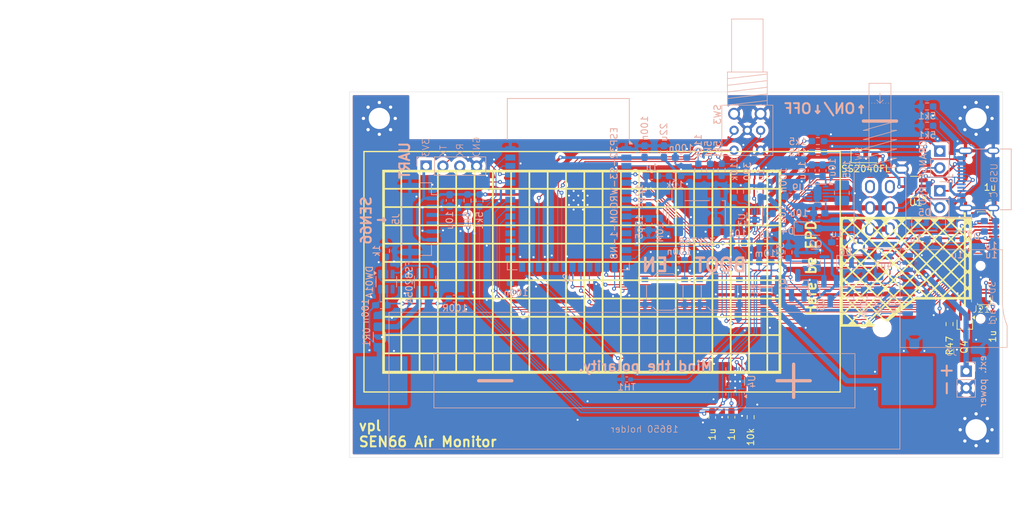
<source format=kicad_pcb>
(kicad_pcb (version 20241229) (generator "pcbnew") (generator_version "9.0")
  (layers (0 "F.Cu" signal) (2 "B.Cu" signal) (13 "F.Paste" user) (15 "B.Paste" user) (5 "F.SilkS" user "F.Silkscreen") (7 "B.SilkS" user "B.Silkscreen") (1 "F.Mask" user) (3 "B.Mask" user) (25 "Edge.Cuts" user))
  (net 0 "")
  (net 1 "/EN")
  (net 2 "GND")
  (net 3 "+3V3")
  (net 4 "/BOOT_OPTION")
  (net 5 "Net-(U2-IO15)")
  (net 6 "Net-(U2-IO16)")
  (net 7 "Net-(U4-V_{DD})")
  (net 8 "Net-(U4-BAT)")
  (net 9 "Net-(D6-A)")
  (net 10 "Net-(D5-A)")
  (net 11 "Net-(D6-K)")
  (net 12 "Net-(D7-A)")
  (net 13 "Net-(J21-Pin_5)")
  (net 14 "Net-(J21-Pin_18)")
  (net 15 "Net-(D3-K)")
  (net 16 "/encoder button")
  (net 17 "Net-(J21-Pin_20)")
  (net 18 "/V_{BAT}")
  (net 19 "Net-(J21-Pin_22)")
  (net 20 "Net-(J21-Pin_24)")
  (net 21 "Net-(U6-VCC)")
  (net 22 "VBUS")
  (net 23 "Net-(U9-VIN)")
  (net 24 "Net-(BT1--)")
  (net 25 "Net-(U9-EN)")
  (net 26 "Net-(D1-K)")
  (net 27 "/SD D2")
  (net 28 "/SD CMD")
  (net 29 "/SD D1")
  (net 30 "/SD D3")
  (net 31 "/SD DET")
  (net 32 "/SD CLK")
  (net 33 "/SD D0")
  (net 34 "Net-(D2-K)")
  (net 35 "/USB 5V")
  (net 36 "Net-(D4-A)")
  (net 37 "Net-(J1-CC1)")
  (net 38 "Net-(J1-D+-PadA6)")
  (net 39 "Net-(J1-D--PadA7)")
  (net 41 "/SDA")
  (net 42 "/SCL")
  (net 44 "Net-(J1-CC2)")
  (net 45 "/TX")
  (net 46 "/EPD_POWER")
  (net 47 "/RX")
  (net 50 "/encoder B")
  (net 51 "/encoder A")
  (net 52 "Net-(J21-Pin_2)")
  (net 54 "Net-(J21-Pin_3)")
  (net 57 "Net-(U9-L1)")
  (net 58 "Net-(U9-L2)")
  (net 59 "/bat low alarm")
  (net 60 "Net-(Q1-D)")
  (net 61 "Net-(U3-~{CE})")
  (net 62 "Net-(U3-ILIM{slash}VSET)")
  (net 63 "Net-(U3-STAT1)")
  (net 64 "Net-(U3-STAT2)")
  (net 65 "Net-(U3-I_{SET})")
  (net 66 "/USB D-")
  (net 67 "/USB D+")
  (net 68 "/D{slash}C")
  (net 69 "Net-(U4-BIN)")
  (net 70 "Net-(U6-CS)")
  (net 71 "/BUSY")
  (net 72 "Net-(U7-S2)")
  (net 74 "/SPI_SCLK")
  (net 76 "Net-(U3-TS{slash}MR)")
  (net 79 "/~{SPI_EPD_CS}")
  (net 80 "/RES")
  (net 82 "/SPI_MOSI")
  (net 91 "Net-(BT1-+)")
  (net 94 "Net-(U6-OD)")
  (net 95 "Net-(U6-OC)")
  (net 98 "Net-(Q3-D)")
  (footprint "Capacitor_SMD:C_0603_1608Metric_Pad1.08x0.95mm_HandSolder" (layer "F.Cu") (at 142.6 156.5 -90)
    (property "Reference" "C14" (hide yes))
    (property "Value" "1u")
  )
  (footprint "MountingHole:MountingHole_3.2mm_M3_Pad_Via" (layer "F.Cu") (at 89.5 111.4 180)
    (property "Reference" "H4" (hide yes))
    (property "Value" "MountingHole_Pad" (hide yes))
  )
  (footprint "Capacitor_SMD:C_0603_1608Metric_Pad1.08x0.95mm_HandSolder" (layer "F.Cu") (at 139.7 156.5375 -90)
    (property "Reference" "C17" (hide yes))
    (property "Value" "1u")
  )
  (footprint "MountingHole:MountingHole_3.2mm_M3_Pad_Via" (layer "F.Cu") (at 179.5 158.4 180)
    (property "Reference" "H2" (hide yes))
    (property "Value" "MountingHole_Pad" (hide yes))
  )
  (footprint "Resistor_SMD:R_0603_1608Metric_Pad0.98x0.95mm_HandSolder" (layer "F.Cu") (at 175.4925 142.45 -90)
    (property "Reference" "R19" (hide yes))
    (property "Value" "R47")
  )
  (footprint "Capacitor_SMD:C_0603_1608Metric_Pad1.08x0.95mm_HandSolder" (layer "F.Cu") (at 181.6 123.2)
    (property "Reference" "C25" (hide yes))
    (property "Value" "1u")
  )
  (footprint "Capacitor_SMD:C_0603_1608Metric_Pad1.08x0.95mm_HandSolder" (layer "F.Cu") (at 182.025 141.7125 -90)
    (property "Reference" "C21" (hide yes))
    (property "Value" "1u")
  )
  (footprint "MountingHole:MountingHole_3.2mm_M3_Pad_Via" (layer "F.Cu") (at 179.5 111.4 180)
    (property "Reference" "H3" (hide yes))
    (property "Value" "MountingHole_Pad" (hide yes))
  )
  (footprint "Diode_SMD:D_SOD-123F" (layer "F.Cu") (at 162.85 117.075)
    (property "Reference" "D3" (hide yes))
    (property "Value" "SS2040FL")
  )
  (footprint "Package_TO_SOT_SMD:SOT-323_SC-70_Handsoldering" (layer "F.Cu") (at 177.7925 142.5 -90)
    (property "Reference" "Q4")
    (property "Value" "SI1308EDL" (hide yes))
  )
  (footprint "proj:FH34SRJ-24S-0.5SH(50)" (layer "F.Cu") (at 182.2 132.5 -90)
    (property "Reference" "J21")
    (property "Value" "FH34SRJ24S" (hide yes))
  )
  (footprint "Resistor_SMD:R_0603_1608Metric_Pad0.98x0.95mm_HandSolder" (layer "F.Cu") (at 145.5 156.5 90)
    (property "Reference" "R16" (hide yes))
    (property "Value" "10k")
  )
  (footprint "Package_TO_SOT_SMD:SOT-23-6" (layer "F.Cu") (at 170.4 121.7 180)
    (property "Reference" "U1")
    (property "Value" "USBLC6-2SC6" (hide yes))
  )
  (footprint "Button_Switch_SMD:SW_Push_1P1T_XKB_TS-1187A" (layer "B.Cu") (at 132.55 137.6 180)
    (property "Reference" "SW1" (hide yes))
    (property "Value" "TS-1187A" (hide yes))
  )
  (footprint "Resistor_SMD:R_0603_1608Metric_Pad0.98x0.95mm_HandSolder" (layer "B.Cu") (at 143.5875 130.2)
    (property "Reference" "R9" (hide yes))
    (property "Value" "10k")
  )
  (footprint "Resistor_SMD:R_0603_1608Metric_Pad0.98x0.95mm_HandSolder" (layer "B.Cu") (at 147.7 133.1 180)
    (property "Reference" "R17" (hide yes))
    (property "Value" "10m")
  )
  (footprint "Capacitor_SMD:C_0603_1608Metric_Pad1.08x0.95mm_HandSolder" (layer "B.Cu") (at 134.6625 132.8 180)
    (property "Reference" "C1" (hide yes))
    (property "Value" "100n")
  )
  (footprint "Capacitor_SMD:C_0603_1608Metric_Pad1.08x0.95mm_HandSolder" (layer "B.Cu") (at 158.5625 130.1 180)
    (property "Reference" "C19" (hide yes))
    (property "Value" "1u")
  )
  (footprint "Resistor_SMD:R_0603_1608Metric_Pad0.98x0.95mm_HandSolder" (layer "B.Cu") (at 172.1125 109.6 180)
    (property "Reference" "R5" (hide yes))
    (property "Value" "5k1")
  )
  (footprint "Capacitor_SMD:C_0603_1608Metric_Pad1.08x0.95mm_HandSolder" (layer "B.Cu") (at 176.6625 129.625 180)
    (property "Reference" "C24" (hide yes))
    (property "Value" "1u")
  )
  (footprint "Resistor_SMD:R_0603_1608Metric_Pad0.98x0.95mm_HandSolder" (layer "B.Cu") (at 144.949382 122.463448 90)
    (property "Reference" "R14" (hide yes))
    (property "Value" "390")
  )
  (footprint "Resistor_SMD:R_0603_1608Metric_Pad0.98x0.95mm_HandSolder" (layer "B.Cu") (at 104.6 123.7875 -90)
    (property "Reference" "R8" (hide yes))
    (property "Value" "5k1")
  )
  (footprint "Connector_PinHeader_2.54mm:PinHeader_1x02_P2.54mm_Vertical" (layer "B.Cu") (at 174.025 116.33 180)
    (property "Reference" "D2" (hide yes))
    (property "Value" "ORANGE")
  )
  (footprint "Package_SON:WSON-10-1EP_2.5x2.5mm_P0.5mm_EP1.2x2mm" (layer "B.Cu") (at 155.6 122.7 180)
    (property "Reference" "U9")
    (property "Value" "TPS63031DSK" (hide yes))
  )
  (footprint "Resistor_SMD:R_0603_1608Metric_Pad0.98x0.95mm_HandSolder" (layer "B.Cu") (at 137.6 119.15 90)
    (property "Reference" "R6" (hide yes))
    (property "Value" "110k")
  )
  (footprint "Capacitor_SMD:C_0603_1608Metric_Pad1.08x0.95mm_HandSolder" (layer "B.Cu") (at 156.35 119.275 90)
    (property "Reference" "C29" (hide yes))
    (property "Value" "10u")
  )
  (footprint "proj:ED08905M-FE13C7.3-C10-2053" (layer "B.Cu") (at 145 113.2)
    (property "Reference" "SW3" (hide yes))
    (property "Value" "ED08905M" (hide yes))
  )
  (footprint "Connector_PinHeader_2.54mm:PinHeader_1x02_P2.54mm_Vertical" (layer "B.Cu") (at 174.025 122.33 180)
    (property "Reference" "D1" (hide yes))
    (property "Value" "RED")
  )
  (footprint "Resistor_SMD:R_0603_1608Metric_Pad0.98x0.95mm_HandSolder" (layer "B.Cu") (at 134.1 120.1 180)
    (property "Reference" "R3" (hide yes))
    (property "Value" "10k")
  )
  (footprint "Resistor_SMD:R_0603_1608Metric_Pad0.98x0.95mm_HandSolder" (layer "B.Cu") (at 139.375 119.1625 90)
    (property "Reference" "R1" (hide yes))
    (property "Value" "5k1")
  )
  (footprint "Package_SON:Texas_S-PDSO-N12" (layer "B.Cu") (at 143.16 151.1 90)
    (property "Reference" "U4")
    (property "Value" "BQ27441DRZR-G1A" (hide yes))
  )
  (footprint "proj:XKBS22E05-Z" (layer "B.Cu") (at 165 124.9 90)
    (property "Reference" "SW4")
    (property "Value" "XKBS22E05-Z" (hide yes))
  )
  (footprint "Resistor_SMD:R_1206_3216Metric_Pad1.30x1.75mm_HandSolder" (layer "B.Cu") (at 89.5 144.4 -90)
    (property "Reference" "R20" (hide yes))
    (property "Value" "0R1")
  )
  (footprint "Capacitor_SMD:C_0603_1608Metric_Pad1.08x0.95mm_HandSolder" (layer "B.Cu") (at 132.41 116.4 90)
    (property "Reference" "C9" (hide yes))
    (property "Value" "22u")
  )
  (footprint "Resistor_SMD:R_0603_1608Metric_Pad0.98x0.95mm_HandSolder" (layer "B.Cu") (at 155.6375 116.475 180)
    (property "Reference" "R12" (hide yes))
    (property "Value" "1k5")
  )
  (footprint "Package_DFN_QFN:Texas_DLH0010A_WSON-10-1EP_2.2x2mm_P0.4mm_EP0.9x1.5mm_ThermalVias" (layer "B.Cu") (at 146.1 126.7 90)
    (property "Reference" "U3")
    (property "Value" "BQ25185" (hide yes))
  )
  (footprint "Diode_SMD:D_SOD-123F" (layer "B.Cu") (at 154.275 128.025)
    (property "Reference" "D4")
    (property "Value" "SS2040FL" (hide yes))
  )
  (footprint "Resistor_SMD:R_0603_1608Metric_Pad0.98x0.95mm_HandSolder" (layer "B.Cu") (at 102.8 123.7875 -90)
    (property "Reference" "R7" (hide yes))
    (property "Value" "5k1")
  )
  (footprint "Capacitor_SMD:C_0603_1608Metric_Pad1.08x0.95mm_HandSolder" (layer "B.Cu") (at 129.5 116.4 90)
    (property "Reference" "C8" (hide yes))
    (property "Value" "100n")
  )
  (footprint "Inductor_SMD:L_1008_2520Metric_Pad1.43x2.20mm_HandSolder" (layer "B.Cu") (at 159.25 122.65 -90)
    (property "Reference" "L2" (hide yes))
    (property "Value" "1u5")
  )
  (footprint "Capacitor_SMD:C_0603_1608Metric_Pad1.08x0.95mm_HandSolder" (layer "B.Cu") (at 155.8375 125.725 180)
    (property "Reference" "C27" (hide yes))
    (property "Value" "10u")
  )
  (footprint "Capacitor_SMD:C_0603_1608Metric_Pad1.08x0.95mm_HandSolder" (layer "B.Cu") (at 110.1 136.225)
    (property "Reference" "C2" (hide yes))
    (property "Value" "100n")
  )
  (footprint "Capacitor_SMD:C_0603_1608Metric_Pad1.08x0.95mm_HandSolder" (layer "B.Cu") (at 165.475 132.25)
    (property "Reference" "C18" (hide yes))
    (property "Value" "4u7")
  )
  (footprint "Capacitor_SMD:C_0603_1608Metric_Pad1.08x0.95mm_HandSolder" (layer "B.Cu") (at 130.1 123.7 90)
    (property "Reference" "C4" (hide yes))
    (property "Value" "12p5")
  )
  (footprint "Capacitor_SMD:C_0603_1608Metric_Pad1.08x0.95mm_HandSolder" (layer "B.Cu") (at 130.6 120.1)
    (property "Reference" "C3" (hide yes))
    (property "Value" "1u")
  )
  (footprint "Diode_SMD:D_SOD-123F" (layer "B.Cu") (at 160.7 133.1)
    (property "Reference" "D6")
    (property "Value" "SS2040FL" (hide yes))
  )
  (footprint "proj:SHOU HAN TF PUSH" (layer "B.Cu") (at 175.755 138.6 -90)
    (property "Reference" "J3")
    (property "Value" "SHOU HAN TF PUSH" (hide yes))
  )
  (footprint "Diode_SMD:D_SOD-123F" (layer "B.Cu") (at 172 127.4)
    (property "Reference" "D5")
    (property "Value" "SS2040FL" (hide yes))
  )
  (footprint "Package_TO_SOT_SMD:SOT-23_Handsoldering" (layer "B.Cu") (at 152.6 136.6 90)
    (property "Reference" "Q1")
    (property "Value" "AP2305" (hide yes))
  )
  (footprint "Capacitor_SMD:C_0603_1608Metric_Pad1.08x0.95mm_HandSolder" (layer "B.Cu") (at 181.6 128.489507)
    (property "Reference" "C23" (hide yes))
    (property "Value" "1u")
  )
  (footprint "Capacitor_SMD:C_0603_1608Metric_Pad1.08x0.95mm_HandSolder" (layer "B.Cu") (at 135 117.3)
    (property "Reference" "C6" (hide yes))
    (property "Value" "100n")
  )
  (footprint "Capacitor_SMD:C_0603_1608Metric_Pad1.08x0.95mm_HandSolder" (layer "B.Cu") (at 154.7 119.2625 90)
    (property "Reference" "C30" (hide yes))
    (property "Value" "10u")
  )
  (footprint "Resistor_SMD:R_0603_1608Metric_Pad0.98x0.95mm_HandSolder" (layer "B.Cu") (at 142.959864 122.469187 90)
    (property "Reference" "R11" (hide yes))
    (property "Value" "110k")
  )
  (footprint "Connector_PinHeader_2.54mm:PinHeader_1x04_P2.54mm_Vertical" (layer "B.Cu") (at 96.55 118.6 -90)
    (property "Reference" "J4" (hide yes))
    (property "Value" "UART" (hide yes))
  )
  (footprint "Capacitor_SMD:C_0603_1608Metric_Pad1.08x0.95mm_HandSolder" (layer "B.Cu") (at 160.6 136.5 90)
    (property "Reference" "C16" (hide yes))
    (property "Value" "1u")
  )
  (footprint "Capacitor_SMD:C_0603_1608Metric_Pad1.08x0.95mm_HandSolder" (layer "B.Cu") (at 162.6 136.5 90)
    (property "Reference" "C15" (hide yes))
    (property "Value" "100n")
  )
  (footprint "proj:BH-18650-B1BA002" (layer "B.Cu") (at 129.48 151)
    (property "Reference" "BT1" (hide yes))
    (property "Value" "18650 battery holder" (hide yes))
  )
  (footprint "Resistor_SMD:R_0603_1608Metric_Pad0.98x0.95mm_HandSolder" (layer "B.Cu") (at 172.1125 112.5 180)
    (property "Reference" "R4" (hide yes))
    (property "Value" "5k1")
  )
  (footprint "Diode_SMD:D_SOD-123F" (layer "B.Cu") (at 177.1 127.4)
    (property "Reference" "D7")
    (property "Value" "SS2040FL" (hide yes))
  )
  (footprint "Button_Switch_SMD:SW_Push_1P1T_XKB_TS-1187A" (layer "B.Cu") (at 140.8 137.6 180)
    (property "Reference" "SW2" (hide yes))
    (property "Value" "TS-1187A" (hide yes))
  )
  (footprint "RF_Module:ESP32-S3-WROOM-1" (layer "B.Cu") (at 118 121.3 180)
    (property "Reference" "U2" (hide yes))
    (property "Value" "ESP32-S3-WROOM-1-N8")
  )
  (footprint "Capacitor_SMD:C_0603_1608Metric_Pad1.08x0.95mm_HandSolder" (layer "B.Cu") (at 148.825 126.625 90)
    (property "Reference" "C11" (hide yes))
    (property "Value" "10u")
  )
  (footprint "Capacitor_SMD:C_0603_1608Metric_Pad1.08x0.95mm_HandSolder" (layer "B.Cu") (at 181.6 126.9)
    (property "Reference" "C20" (hide yes))
    (property "Value" "1u")
  )
  (footprint "Resistor_SMD:R_0603_1608Metric_Pad0.98x0.95mm_HandSolder" (layer "B.Cu") (at 131.8 125.5 -90)
    (property "Reference" "R10" (hide yes))
    (property "Value" "10M")
  )
  (footprint "Connector_USB:USB_C_Receptacle_G-Switch_GT-USB-7010ASV" (layer "B.Cu") (at 181.02 120.6 -90)
    (property "Reference" "J1")
    (property "Value" "USB-C female, 16P" (hide yes))
  )
  (footprint "Capacitor_SMD:C_0603_1608Metric_Pad1.08x0.95mm_HandSolder" (layer "B.Cu") (at 130.1 127.4 -90)
    (property "Reference" "C5" (hide yes))
    (property "Value" "12p5")
  )
  (footprint "Capacitor_SMD:C_0603_1608Metric_Pad1.08x0.95mm_HandSolder" (layer "B.Cu") (at 151.5375 123.2 180)
    (property "Reference" "C28" (hide yes))
    (property "Value" "100n")
  )
  (footprint "Crystal:Crystal_SMD_SeikoEpson_MC306-4Pin_8.0x3.2mm_HandSoldering" (layer "B.Cu") (at 137.415 125.675)
    (property "Reference" "Y1" (hide yes))
    (property "Value" "32k768")
  )
  (footprint "Resistor_SMD:R_0603_1608Metric_Pad0.98x0.95mm_HandSolder" (layer "B.Cu") (at 141.125 119.1625 90)
    (property "Reference" "R2" (hide yes))
    (property "Value" "5k1")
  )
  (footprint "Connector_PinHeader_2.54mm:PinHeader_1x02_P2.54mm_Vertical" (layer "B.Cu") (at 178 149.56 180)
    (property "Reference" "J2" (hide yes))
    (property "Value" "ext. power")
  )
  (footprint "Fuse:Fuse_1206_3216Metric_Pad1.42x1.75mm_HandSolder" (layer "B.Cu") (at 147.8 137.3 -90)
    (property "Reference" "F1")
    (property "Value" "Polyfuse 2A" (hide yes))
  )
  (footprint "Resistor_SMD:R_0603_1608Metric_Pad0.98x0.95mm_HandSolder" (layer "B.Cu") (at 155.6375 114.825 180)
    (property "Reference" "R13" (hide yes))
    (property "Value" "1k5")
  )
  (footprint "Package_TO_SOT_SMD:SOT-23-6_Handsoldering" (layer "B.Cu") (at 96.4 136.1 90)
    (property "Reference" "U7" (hide yes))
    (property "Value" "FS8205A")
  )
  (footprint "Resistor_SMD:R_0603_1608Metric_Pad0.98x0.95mm_HandSolder" (layer "B.Cu") (at 100.9 138.6 180)
    (property "Reference" "R21" (hide yes))
    (property "Value" "100R")
  )
  (footprint "Capacitor_SMD:C_0603_1608Metric_Pad1.08x0.95mm_HandSolder" (layer "B.Cu") (at 89.8 139.6 180)
    (property "Reference" "C26" (hide yes))
    (property "Value" "100n")
  )
  (footprint "Capacitor_SMD:C_0603_1608Metric_Pad1.08x0.95mm_HandSolder" (layer "B.Cu") (at 166.9 136.55 90)
    (property "Reference" "C12" (hide yes))
    (property "Value" "10u")
  )
  (footprint "Resistor_SMD:R_0603_1608Metric_Pad0.98x0.95mm_HandSolder" (layer "B.Cu") (at 151.2 131.6 90)
    (property "Reference" "R15" (hide yes))
    (property "Value" "33k")
  )
  (footprint "Package_TO_SOT_SMD:SOT-23-6" (layer "B.Cu") (at 90.55 136.05 -90)
    (property "Reference" "U6" (hide yes))
    (property "Value" "DW01A")
  )
  (footprint "Capacitor_SMD:C_0603_1608Metric_Pad1.08x0.95mm_HandSolder" (layer "B.Cu") (at 147 122.4625 90)
    (property "Reference" "C7" (hide yes))
    (property "Value" "1u")
  )
  (footprint "Connector_JST:JST_GH_BM06B-GHS-TBT_1x06-1MP_P1.25mm_Vertical" (layer "B.Cu") (at 95.5 126.6 -90)
    (property "Reference" "J5")
    (property "Value" "WAFER-GH1.25-6PLB" (hide yes))
  )
  (footprint "Package_TO_SOT_SMD:SOT-23_Handsoldering" (layer "B.Cu") (at 157.5 137.5 -90)
    (property "Reference" "Q3")
    (property "Value" "AP2305" (hide yes))
  )
  (footprint "Capacitor_SMD:C_0603_1608Metric_Pad1.08x0.95mm_HandSolder" (layer "B.Cu") (at 172.9625 129.65 180)
    (property "Reference" "C22" (hide yes))
    (property "Value" "1u")
  )
  (footprint "Resistor_SMD:R_0603_1608Metric_Pad0.98x0.95mm_HandSolder" (layer "B.Cu") (at 90.5 131.4 90)
    (property "Reference" "R18" (hide yes))
    (property "Value" "1k")
  )
  (footprint "Inductor_SMD:L_0805_2012Metric_Pad1.15x1.40mm_HandSolder" (layer "B.Cu") (at 164.8 136.3 90)
    (property "Reference" "L1" (hide yes))
    (property "Value" "10u")
  )
  (footprint "Package_TO_SOT_SMD:SOT-323_SC-70_Handsoldering" (layer "B.Cu") (at 155.3 132.3)
    (property "Reference" "Q2")
    (property "Value" "SI1308EDL" (hide yes))
  )
  (footprint "Capacitor_SMD:C_0603_1608Metric_Pad1.08x0.95mm_HandSolder" (layer "B.Cu") (at 147.7 130.2)
    (property "Reference" "C10" (hide yes))
    (property "Value" "1u")
  )
  (footprint "Resistor_SMD:R_0402_1005Metric_Pad0.72x0.64mm_HandSolder" (layer "B.Cu") (at 126.8 150.8)
    (property "Reference" "TH1")
    (property "Value" "NTCG104BH103HT1" (hide yes))
  )
  (footprint "Capacitor_SMD:C_0603_1608Metric_Pad1.08x0.95mm_HandSolder" (layer "B.Cu") (at 100.1 123.7775 -90)
    (property "Reference" "C13" (hide yes))
    (property "Value" "10u")
  )
  (gr_line (start 177.8 125.7) (end 177.8 139.65) (stroke (width 0.3)) (layer "F.SilkS"))
  (gr_line (start 159.85 126.25) (end 159 127.1) (stroke (width 0.15)) (layer "F.SilkS"))
  (gr_rect (start 87.18 116.4) (end 159 152.7) (stroke (width 0.2)) (fill no) (layer "F.SilkS"))
  (gr_rect (start 89.98 119.198) (end 150.068 149.902) (stroke (width 0.1)) (fill no) (layer "F.SilkS"))
  (gr_rect (start 85 107.4) (end 183.5 162.6) (stroke (width 0.05)) (fill no) (layer "Edge.Cuts"))
  (gr_text "vpl\nSEN66 Air Monitor" (at 86.25 161.1 0) (layer "F.SilkS") (effects (font (size 1.5 1.5) (thickness 0.3) (bold yes)) (justify left bottom)))
  (gr_text "Here be EPD" (at 155.5 141.35 90) (layer "F.SilkS") (effects (font (size 1.5 1.5) (thickness 0.3) (bold yes)) (justify left bottom)))
  (gr_text "UART" (at 94.2 114.8 90) (layer "B.SilkS") (effects (font (size 1.5 1.5) (thickness 0.3) (bold yes)) (justify left bottom mirror)))
  (gr_text "SEN66" (at 88.4 123 90) (layer "B.SilkS") (effects (font (size 1.5 1.5) (thickness 0.3) (bold yes)) (justify left bottom mirror)))
  (gr_text "TX" (at 99.75 115.35 90) (layer "B.SilkS") (effects (font (size 1 1) (thickness 0.1)) (justify left bottom mirror)))
  (gr_text "3V3" (at 97.1 114.35 90) (layer "B.SilkS") (effects (font (size 1 1) (thickness 0.1)) (justify left bottom mirror)))
  (gr_text "+" (at 176.5 150.5 0) (layer "B.SilkS") (effects (font (size 2 2) (thickness 0.3) (bold yes)) (justify left bottom mirror)))
  (gr_text "↑ON/↓OFF" (at 163.3 110.8 0) (layer "B.SilkS") (effects (font (size 1.5 1.5) (thickness 0.3) (bold yes)) (justify left bottom mirror)))
  (gr_text "↓" (at 90.6 125.6 90) (layer "B.SilkS") (effects (font (size 1.5 1.5) (thickness 0.3) (bold yes)) (justify left bottom mirror)))
  (gr_text "EN" (at 133.3 134.7 0) (layer "B.SilkS") (effects (font (size 2 2) (thickness 0.4) (bold yes)) (justify left bottom mirror)))
  (gr_text "RX" (at 102.25 115.1 90) (layer "B.SilkS") (effects (font (size 1 1) (thickness 0.1)) (justify left bottom mirror)))
  (gr_text "BOOT" (at 145.1 134.7 0) (layer "B.SilkS") (effects (font (size 2 2) (thickness 0.4) (bold yes)) (justify left bottom mirror)))
  (gr_text "Mind the polarity." (at 139.9 149.7 0) (layer "B.SilkS") (effects (font (size 1.5 1.5) (thickness 0.3) (bold yes)) (justify left bottom mirror)))
  (gr_text "USB-C" (at 182.8 118.1 90) (layer "B.SilkS") (effects (font (size 1 1) (thickness 0.1)) (justify left bottom mirror)))
  (gr_text "GND" (at 104.75 114.1 90) (layer "B.SilkS") (effects (font (size 1 1) (thickness 0.1)) (justify left bottom mirror)))
  (gr_text "-" (at 176.1 150.7 90) (layer "B.SilkS") (effects (font (size 2 2) (thickness 0.3) (bold yes)) (justify left bottom mirror)))
  (gr_text "18650 holder" (at 134.7 158.9 0) (layer "B.SilkS") (effects (font (size 1 1) (thickness 0.1)) (justify left bottom mirror)))
  (gr_text "SD-Card" (at 182.5 135.9 90) (layer "B.SilkS") (effects (font (size 1 1) (thickness 0.1)) (justify left bottom mirror)))
  (segment (start 135.534679 129.549) (end 135.534679 131.724947) (width 0.15) (layer "F.Cu") (net 1))
  (via (at 135.534679 131.724947) (size 0.6) (drill 0.3) (layers "F.Cu" "B.Cu") (net 1))
  (via (at 135.534679 129.549) (size 0.6) (drill 0.3) (layers "F.Cu" "B.Cu") (net 1))
  (segment (start 135.591 129.149804) (end 135.591 129.015672) (width 0.15) (layer "B.Cu") (net 1))
  (segment (start 135.534679 131.724947) (end 135.534679 132.165321) (width 0.15) (layer "B.Cu") (net 1))
  (segment (start 135.534679 129.206125) (end 135.591 129.149804) (width 0.15) (layer "B.Cu") (net 1))
  (segment (start 126.75 118.58) (end 129.8 118.58) (width 0.15) (layer "B.Cu") (net 1))
  (segment (start 129.55 135.725) (end 129.575 135.7) (width 0.15) (layer "B.Cu") (net 1))
  (segment (start 135.534679 129.549) (end 135.534679 129.206125) (width 0.15) (layer "B.Cu") (net 1))
  (segment (start 135.591 122.200196) (end 135.289804 121.899) (width 0.15) (layer "B.Cu") (net 1))
  (segment (start 135.289804 121.899) (end 135.099 121.899) (width 0.15) (layer "B.Cu") (net 1))
  (segment (start 129.8 118.58) (end 129.9425 118.58) (width 0.15) (layer "B.Cu") (net 1))
  (segment (start 135.591 122.391) (end 135.591 122.200196) (width 0.15) (layer "B.Cu") (net 1))
  (segment (start 135.099 121.899) (end 133.3 120.1) (width 0.15) (layer "B.Cu") (net 1))
  (segment (start 135.55 132.825) (end 135.525 132.8) (width 0.15) (layer "B.Cu") (net 1))
  (segment (start 135.55 135.725) (end 135.55 132.825) (width 0.15) (layer "B.Cu") (net 1))
  (segment (start 131.4625 120.1) (end 133.1875 120.1) (width 0.15) (layer "B.Cu") (net 1))
  (segment (start 135.534679 132.165321) (end 135.525 132.175) (width 0.15) (layer "B.Cu") (net 1))
  (segment (start 135.525 132.175) (end 135.525 132.8) (width 0.15) (layer "B.Cu") (net 1))
  (segment (start 135.6 122.4) (end 135.591 122.391) (width 0.15) (layer "B.Cu") (net 1))
  (segment (start 133.3 120.1) (end 133.1875 120.1) (width 0.15) (layer "B.Cu") (net 1))
  (segment (start 129.9425 118.58) (end 131.4625 120.1) (width 0.15) (layer "B.Cu") (net 1))
  (segment (start 135.6 129.006672) (end 135.6 122.4) (width 0.15) (layer "B.Cu") (net 1))
  (segment (start 129.575 135.7) (end 135.525 135.7) (width 0.15) (layer "B.Cu") (net 1))
  (segment (start 135.525 135.7) (end 135.55 135.725) (width 0.15) (layer "B.Cu") (net 1))
  (segment (start 133.1875 120.0875) (end 133.1875 120.1) (width 0.15) (layer "B.Cu") (net 1))
  (segment (start 135.591 129.015672) (end 135.6 129.006672) (width 0.15) (layer "B.Cu") (net 1))
  (segment (start 172.973002 120.929998) (end 172.973002 121.104) (width 0.25) (layer "F.Cu") (net 2))
  (segment (start 148.7 128.22328) (end 148.7 128.9) (width 0.25) (layer "F.Cu") (net 2))
  (segment (start 172.799 121.104) (end 172.799 121.408999) (width 0.25) (layer "F.Cu") (net 2))
  (segment (start 182.2 134.75) (end 181.383419 134.75) (width 0.15) (layer "F.Cu") (net 2))
  (segment (start 172.799 121.408999) (end 172.507999 121.7) (width 0.25) (layer "F.Cu") (net 2))
  (segment (start 182.4625 123.2) (end 182.4625 124.8125) (width 0.25) (layer "F.Cu") (net 2))
  (segment (start 104.17 118.5575) (end 104.17 118.6) (width 0.25) (layer "F.Cu") (net 2))
  (segment (start 178.35 130.25) (end 177.1 131.5) (width 0.15) (layer "F.Cu") (net 2))
  (segment (start 172.507999 121.7) (end 171.5375 121.7) (width 0.25) (layer "F.Cu") (net 2))
  (segment (start 173.3 135.1) (end 171.9 136.5) (width 0.25) (layer "F.Cu") (net 2))
  (segment (start 182.2 130.25) (end 178.35 130.25) (width 0.15) (layer "F.Cu") (net 2))
  (segment (start 176.7 114.85) (end 176.7 114.5) (width 0.25) (layer "F.Cu") (net 2))
  (segment (start 102.885941 117.259291) (end 102.885941 117.273441) (width 0.25) (layer "F.Cu") (net 2))
  (segment (start 171.147678 121.7) (end 170.4 122.447678) (width 0.25) (layer "F.Cu") (net 2))
  (segment (start 173.4 135) (end 173.3 135.1) (width 0.25) (layer "F.Cu") (net 2))
  (segment (start 180.731419 135.402) (end 180.2 135.402) (width 0.15) (layer "F.Cu") (net 2))
  (segment (start 181.383419 134.75) (end 180.731419 135.402) (width 0.15) (layer "F.Cu") (net 2))
  (segment (start 173.4 134.7) (end 173.4 135) (width 0.25) (layer "F.Cu") (net 2))
  (segment (start 173.2 111) (end 173 111) (width 0.25) (layer "F.Cu") (net 2))
  (segment (start 170.4 122.447678) (end 170.4 124.4) (width 0.25) (layer "F.Cu") (net 2))
  (segment (start 182.4625 124.8125) (end 182.5 124.85) (width 0.25) (layer "F.Cu") (net 2))
  (segment (start 155.25 123.45) (end 153.47328 123.45) (width 0.25) (layer "F.Cu") (net 2))
  (segment (start 153.47328 123.45) (end 148.7 128.22328) (width 0.25) (layer "F.Cu") (net 2))
  (segment (start 172.973002 121.104) (end 172.799 121.104) (width 0.25) (layer "F.Cu") (net 2))
  (segment (start 171.5375 121.7) (end 171.147678 121.7) (width 0.25) (layer "F.Cu") (net 2))
  (segment (start 176.7 114.5) (end 173.2 111) (width 0.25) (layer "F.Cu") (net 2))
  (segment (start 102.885941 117.273441) (end 104.17 118.5575) (width 0.25) (layer "F.Cu") (net 2))
  (segment (start 171.9 136.5) (end 169.6 136.5) (width 0.25) (layer "F.Cu") (net 2))
  (via (at 173.1 141.1) (size 0.6) (drill 0.3) (layers "F.Cu" "B.Cu") (net 2))
  (via (at 164.25 149.6439) (size 0.6) (drill 0.3) (layers "F.Cu" "B.Cu") (net 2))
  (via (at 171.7 146.5) (size 0.6) (drill 0.3) (layers "F.Cu" "B.Cu") (net 2))
  (via (at 102.885941 117.259291) (size 0.6) (drill 0.3) (layers "F.Cu" "B.Cu") (net 2))
  (via (at 120.08 138.52) (size 0.6) (drill 0.3) (layers "F.Cu" "B.Cu") (net 2))
  (via (at 146.5 154.6) (size 0.6) (drill 0.3) (layers "F.Cu" "B.Cu") (net 2))
  (via (at 173 111) (size 0.6) (drill 0.3) (layers "F.Cu" "B.Cu") (net 2))
  (via (at 88 146.4) (size 0.6) (drill 0.3) (layers "F.Cu" "B.Cu") (net 2))
  (via (at 180.1 140.1) (size 0.6) (drill 0.3) (layers "F.Cu" "B.Cu") (net 2))
  (via (at 144.6 143.4) (size 0.6) (drill 0.3) (layers "F.Cu" "B.Cu") (net 2))
  (via (at 157.8 115.6) (size 0.6) (drill 0.3) (layers "F.Cu" "B.Cu") (net 2))
  (via (at 147.8 118.8) (size 0.6) (drill 0.3) (layers "F.Cu" "B.Cu") (net 2))
  (via (at 122.2 136.4) (size 0.6) (drill 0.3) (layers "F.Cu" "B.Cu") (net 2))
  (via (at 124.75 132.1) (size 0.6) (drill 0.3) (layers "F.Cu" "B.Cu") (net 2))
  (via (at 157.6 113.8) (size 0.6) (drill 0.3) (layers "F.Cu" "B.Cu") (net 2))
  (via (at 136.5 126.3) (size 0.6) (drill 0.3) (layers "F.Cu" "B.Cu") (net 2))
  (via (at 128.5 127.14) (size 0.6) (drill 0.3) (layers "F.Cu" "B.Cu") (net 2))
  (via (at 97.6 133.1) (size 0.6) (drill 0.3) (layers "F.Cu" "B.Cu") (net 2))
  (via (at 176.7 137.8) (size 0.6) (drill 0.3) (layers "F.Cu" "B.Cu") (net 2))
  (via (at 145.5 117) (size 0.6) (drill 0.3) (layers "F.Cu" "B.Cu") (net 2))
  (via (at 152.4 117.5) (size 0.6) (drill 0.3) (layers "F.Cu" "B.Cu") (net 2))
  (via (at 177.1 131.5) (size 0.6) (drill 0.3) (layers "F.Cu" "B.Cu") (net 2))
  (via (at 144.5 127.8) (size 0.6) (drill 0.3) (layers "F.Cu" "B.Cu") (net 2))
  (via (at 89.4 133.1) (size 0.6) (drill 0.3) (layers "F.Cu" "B.Cu") (net 2))
  (via (at 128.37 130.24) (size 0.6) (drill 0.3) (layers "F.Cu" "B.Cu") (net 2))
  (via (at 103.72 137.66) (size 0.6) (drill 0.3) (layers "F.Cu" "B.Cu") (net 2))
  (via (at 107.56 123.89) (size 0.6) (drill 0.3) (layers "F.Cu" "B.Cu") (net 2))
  (via (at 165.1 119.3) (size 0.6) (drill 0.3) (layers "F.Cu" "B.Cu") (net 2))
  (via (at 153.2 120.9) (size 0.6) (drill 0.3) (layers "F.Cu" "B.Cu") (net 2))
  (via (at 154.69 126.98) (size 0.6) (drill 0.3) (layers "F.Cu" "B.Cu") (net 2))
  (via (at 93.9 134.7) (size 0.6) (drill 0.3) (layers "F.Cu" "B.Cu") (net 2))
  (via (at 89.9 144.4) (size 0.6) (drill 0.3) (layers "F.Cu" "B.Cu") (net 2))
  (via (at 139.31 133.3) (size 0.6) (drill 0.3) (layers "F.Cu" "B.Cu") (net 2))
  (via (at 115.5 132.1) (size 0.6) (drill 0.3) (layers "F.Cu" "B.Cu") (net 2))
  (via (at 126.9 134.07) (size 0.6) (drill 0.3) (layers "F.Cu" "B.Cu") (net 2))
  (via (at 170.4 124.4) (size 0.6) (drill 0.3) (layers "F.Cu" "B.Cu") (net 2))
  (via (at 98.85 124.73) (size 0.6) (drill 0.3) (layers "F.Cu" "B.Cu") (net 2))
  (via (at 96 124.85) (size 0.6) (drill 0.3) (layers "F.Cu" "B.Cu") (net 2))
  (via (at 179.5 144.8) (size 0.6) (drill 0.3) (layers "F.Cu" "B.Cu") (net 2))
  (via (at 163.3 134.3) (size 0.6) (drill 0.3) (layers "F.Cu" "B.Cu") (net 2))
  (via (at 148.7 128.9) (size 0.6) (drill 0.3) (layers "F.Cu" "B.Cu") (net 2))
  (via (at 171.9 118) (size 0.6) (drill 0.3) (layers "F.Cu" "B.Cu") (net 2))
  (via (at 101.52 124.59) (size 0.6) (drill 0.3) (layers "F.Cu" "B.Cu") (net 2))
  (via (at 136.35 134.39) (size 0.6) (drill 0.3) (layers "F.Cu" "B.Cu") (net 2))
  (via (at 166.7 117.6) (size 0.6) (drill 0.3) (layers "F.Cu" "B.Cu") (net 2))
  (via (at 88.25 138.35) (size 0.6) (drill 0.3) (layers "F.Cu" "B.Cu") (net 2))
  (via (at 93.3 137.8) (size 0.6) (drill 0.3) (layers "F.Cu" "B.Cu") (net 2))
  (via (at 101.74 128.41) (size 0.6) (drill 0.3) (layers "F.Cu" "B.Cu") (net 2))
  (via (at 143.8 118.8) (size 0.6) (drill 0.3) (layers "F.Cu" "B.Cu") (net 2))
  (via (at 175.2 140.2) (size 0.6) (drill 0.3) (layers "F.Cu" "B.Cu") (net 2))
  (via (at 99.1 128.3) (size 0.6) (drill 0.3) (layers "F.Cu" "B.Cu") (net 2))
  (via (at 142.5 132.3) (size 0.6) (drill 0.3) (layers "F.Cu" "B.Cu") (net 2))
  (via (at 176.7 114.85) (size 0.6) (drill 0.3) (layers "F.Cu" "B.Cu") (net 2))
  (via (at 112.75 132.35) (size 0.6) (drill 0.3) (layers "F.Cu" "B.Cu") (net 2))
  (via (at 136.97 148.51) (size 0.6) (drill 0.3) (layers "F.Cu" "B.Cu") (net 2))
  (via (at 109.1 137.5) (size 0.6) (drill 0.3) (layers "F.Cu" "B.Cu") (net 2))
  (via (at 135.9 116) (size 0.6) (drill 0.3) (layers "F.Cu" "B.Cu") (net 2))
  (via (at 145.56 131.64) (size 0.6) (drill 0.3) (layers "F.Cu" "B.Cu") (net 2))
  (via (at 162 123.7) (size 0.6) (drill 0.3) (layers "F.Cu" "B.Cu") (net 2))
  (via (at 180.2 135.402) (size 0.6) (drill 0.3) (layers "F.Cu" "B.Cu") (net 2))
  (via (at 170.6 115.7) (size 0.6) (drill 0.3) (layers "F.Cu" "B.Cu") (net 2))
  (via (at 162.9 117.5) (size 0.6) (drill 0.3) (layers "F.Cu" "B.Cu") (net 2))
  (via (at 130.43 131.57) (size 0.6) (drill 0.3) (layers "F.Cu" "B.Cu") (net 2))
  (via (at 91.7 146.5) (size 0.6) (drill 0.3) (layers "F.Cu" "B.Cu") (net 2))
  (via (at 124.74 138.23) (size 0.6) (drill 0.3) (layers "F.Cu" "B.Cu") (net 2))
  (via (at 114.46 132.31) (size 0.6) (drill 0.3) (layers "F.Cu" "B.Cu") (net 2))
  (via (at 156 131.3) (size 0.6) (drill 0.3) (layers "F.Cu" "B.Cu") (net 2))
  (via (at 105.7 130.6) (size 0.6) (drill 0.3) (layers "F.Cu" "B.Cu") (net 2))
  (via (at 150.7 134.3) (size 0.6) (drill 0.3) (layers "F.Cu" "B.Cu") (net 2))
  (via (at 172.973002 120.929998) (size 0.6) (drill 0.3) (layers "F.Cu" "B.Cu") (net 2))
  (via (at 125.2 116.2) (size 0.6) (drill 0.3) (layers "F.Cu" "B.Cu") (net 2))
  (via (at 137.54 131.57) (size 0.6) (drill 0.3) (layers "F.Cu" "B.Cu") (net 2))
  (via (at 141.2 156.5) (size 0.6) (drill 0.3) (layers "F.Cu" "B.Cu") (net 2))
  (via (at 154.4 135.8) (size 0.6) (drill 0.3) (layers "F.Cu" "B.Cu") (net 2))
  (via (at 148.02 131.68) (size 0.6) (drill 0.3) (layers "F.Cu" "B.Cu") (net 2))
  (via (at 138.3 157.3) (size 0.6) (drill 0.3) (layers "F.Cu" "B.Cu") (net 2))
  (via (at 96 128.35) (size 0.6) (drill 0.3) (layers "F.Cu" "B.Cu") (net 2))
  (via (at 168.44 127.31) (size 0.6) (drill 0.3) (layers "F.Cu" "B.Cu") (net 2))
  (via (at 95.1 123.2) (size 0.6) (drill 0.3) (layers "F.Cu" "B.Cu") (net 2))
  (via (at 154.5 134.2) (size 0.6) (drill 0.3) (layers "F.Cu" "B.Cu") (net 2))
  (via (at 127.19 138.12) (size 0.6) (drill 0.3) (layers "F.Cu" "B.Cu") (net 2))
  (via (at 140.23 137.96) (size 0.6) (drill 0.3) (layers "F.Cu" "B.Cu") (net 2))
  (via (at 139.97 148.45) (size 0.6) (drill 0.3) (layers "F.Cu" "B.Cu") (net 2))
  (via (at 91.7 133) (size 0.6) (drill 0.3) (layers "F.Cu" "B.Cu") (net 2))
  (via (at 117.8 132.23) (size 0.6) (drill 0.3) (layers "F.Cu" "B.Cu") (net 2))
  (via (at 177 126.3) (size 0.6) (drill 0.3) (layers "F.Cu" "B.Cu") (net 2))
  (via (at 153.8 143) (size 0.6) (drill 0.3) (layers "F.Cu" "B.Cu") (net 2))
  (via (at 144.2 156.3) (size 0.6) (drill 0.3) (layers "F.Cu" "B.Cu") (net 2))
  (via (at 91.4 141.5) (size 0.6) (drill 0.3) (layers "F.Cu" "B.Cu") (net 2))
  (via (at 138.7 128.5) (size 0.6) (drill 0.3) (layers "F.Cu" "B.Cu") (net 2))
  (via (at 135.001225 119.098775) (size 0.6) (drill 0.3) (layers "F.Cu" "B.Cu") (net 2))
  (via (at 110.8 118.2) (size 0.6) (drill 0.3) (layers "F.Cu" "B.Cu") (net 2))
  (via (at 103.82 128.75) (size 0.6) (drill 0.3) (layers "F.Cu" "B.Cu") (net 2))
  (via (at 113.13 136.78) (size 0.6) (drill 0.3) (layers "F.Cu" "B.Cu") (net 2))
  (via (at 157.7 128.925) (size 0.6) (drill 0.3) (layers "F.Cu" "B.Cu") (net 2))
  (via (at 134.57 134.3) (size 0.6) (drill 0.3) (layers "F.Cu" "B.Cu") (net 2))
  (via (at 97.5 121.4) (size 0.6) (drill 0.3) (layers "F.Cu" "B.Cu") (net 2))
  (via (at 176.6 146.3) (size 0.6) (drill 0.3) (layers "F.Cu" "B.Cu") (net 2))
  (via (at 119.4 156.9) (size 0.6) (drill 0.3) (layers "F.Cu" "B.Cu") (net 2))
  (via (at 135.9 121.3) (size 0.6) (drill 0.3) (layers "F.Cu" "B.Cu") (net 2))
  (via (at 149.53 138.12) (size 0.6) (drill 0.3) (layers "F.Cu" "B.Cu") (net 2))
  (via (at 125.2 118.8) (size 0.6) (drill 0.3) (layers "F.Cu" "B.Cu") (net 2))
  (via (at 142.8 128.8) (size 0.6) (drill 0.3) (layers "F.Cu" "B.Cu") (net 2))
  (via (at 131.29 127.72) (size 0.6) (drill 0.3) (layers "F.Cu" "B.Cu") (net 2))
  (via (at 99.4 116.9) (size 0.6) (drill 0.3) (layers "F.Cu" "B.Cu") (net 2))
  (via (at 164.25 152.3) (size 0.6) (drill 0.3) (layers "F.Cu" "B.Cu") (net 2))
  (via (at 157.9 118.9) (size 0.6) (drill 0.3) (layers "F.Cu" "B.Cu") (net 2))
  (via (at 110.75 132.29) (size 0.6) (drill 0.3) (layers "F.Cu" "B.Cu") (net 2))
  (via (at 148 124.7) (size 0.6) (drill 0.3) (layers "F.Cu" "B.Cu") (net 2))
  (via (at 120.9 154.1) (size 0.6) (drill 0.3) (layers "F.Cu" "B.Cu") (net 2))
  (via (at 144.4 125.2) (size 0.6) (drill 0.3) (layers "F.Cu" "B.Cu") (net 2))
  (via (at 102.6 140.2) (size 0.6) (drill 0.3) (layers "F.Cu" "B.Cu") (net 2))
  (via (at 143.63 137.91) (size 0.6) (drill 0.3) (layers "F.Cu" "B.Cu") (net 2))
  (via (at 133.08 129.2) (size 0.6) (drill 0.3) (layers "F.Cu" "B.Cu") (net 2))
  (via (at 171.31 132.05) (size 0.6) (drill 0.3) (layers "F.Cu" "B.Cu") (net 2))
  (via (at 158.85 134.35) (size 0.6) (drill 0.3) (layers "F.Cu" "B.Cu") (net 2))
  (via (at 144.4 115.4) (size 0.6) (drill 0.3) (layers "F.Cu" "B.Cu") (net 2))
  (via (at 145.3 146.9) (size 0.6) (drill 0.3) (layers "F.Cu" "B.Cu") (net 2))
  (via (at 160.7 134.1) (size 0.6) (drill 0.3) (layers "F.Cu" "B.Cu") (net 2))
  (via (at 160.81 126.72) (size 0.6) (drill 0.3) (layers "F.Cu" "B.Cu") (net 2))
  (via (at 139.9 153.8) (size 0.6) (drill 0.3) (layers "F.Cu" "B.Cu") (net 2))
  (via (at 105.74 120.05) (size 0.6) (drill 0.3) (layers "F.Cu" "B.Cu") (net 2))
  (via (at 106.8 117.6) (size 0.6) (drill 0.3) (layers "F.Cu" "B.Cu") (net 2))
  (via (at 105.7 138.8) (size 0.6) (drill 0.3) (layers "F.Cu" "B.Cu") (net 2))
  (via (at 149.9 132.4) (size 0.6) (drill 0.3) (layers "F.Cu" "B.Cu") (net 2))
  (via (at 173.4 134.7) (size 0.6) (drill 0.3) (layers "F.Cu" "B.Cu") (net 2))
  (via (at 168.6 146.5) (size 0.6) (drill 0.3) (layers "F.Cu" "B.Cu") (net 2))
  (via (at 173.7 114.5) (size 0.6) (drill 0.3) (layers "F.Cu" "B.Cu") (net 2))
  (via (at 144 121.5) (size 0.6) (drill 0.3) (layers "F.Cu" "B.Cu") (net 2))
  (via (at 163.25 131.85) (size 0.6) (drill 0.3) (layers "F.Cu" "B.Cu") (net 2))
  (via (at 148.4 121.4) (size 0.6) (drill 0.3) (layers "F.Cu" "B.Cu") (net 2))
  (via (at 161.2 122.7) (size 0.6) (drill 0.3) (layers "F.Cu" "B.Cu") (net 2))
  (via (at 133.7 121.4) (size 0.6) (drill 0.3) (layers "F.Cu" "B.Cu") (net 2))
  (via (at 148.4 143) (size 0.6) (drill 0.3) (layers "F.Cu" "B.Cu") (net 2))
  (segment (start 154.3875 122.2) (end 151.675 122.2) (width 0.15) (layer "B.Cu") (net 2))
  (segment (start 155.25 122.650001) (end 155.25 122.7) (width 0.15) (layer "B.Cu") (net 2))
  (segment (start 169.98 135.35) (end 170.306 135.024) (width 0.25) (layer "B.Cu") (net 2))
  (segment (start 177.635 116.88) (end 178.235 116.28) (width 0.25) (layer "B.Cu") (net 2))
  (segment (start 160.959298 128.874) (end 161.7 129.614702) (width 0.25) (layer "B.Cu") (net 2))
  (segment (start 172.5 121.403) (end 172.5 123.1) (width 0.25) (layer "B.Cu") (net 2))
  (segment (start 154.799999 122.2) (end 155.25 122.650001) (width 0.15) (layer "B.Cu") (net 2))
  (segment (start 176.25 123.6) (end 176.45 123.8) (width 0.25) (layer "B.Cu") (net 2))
  (segment (start 143.36 153) (end 143.36 152.275) (width 0.15) (layer "B.Cu") (net 2))
  (segment (start 176.25 114.85) (end 176.7 114.85) (width 0.25) (layer "B.Cu") (net 2))
  (segment (start 169.18 135.35) (end 167.2375 135.35) (width 0.25) (layer "B.Cu") (net 2))
  (segment (start 170.6 124.6) (end 170.6 127.4) (width 0.25) (layer "B.Cu") (net 2))
  (segment (start 157.7 128.925) (end 157.751 128.874) (width 0.25) (layer "B.Cu") (net 2))
  (segment (start 110.9625 138.0625) (end 111.25 138.35) (width 0.25) (layer "B.Cu") (net 2))
  (segment (start 170.306 130.976) (end 170.18 130.85) (width 0.25) (layer "B.Cu") (net 2))
  (segment (start 173 123.6) (end 176.25 123.6) (width 0.25) (layer "B.Cu") (net 2))
  (segment (start 143.36 152.275) (end 143.16 152.075) (width 0.15) (layer "B.Cu") (net 2))
  (segment (start 161.7 129.614702) (end 161.7 130.75) (width 0.25) (layer "B.Cu") (net 2))
  (segment (start 176.25 116.241654) (end 176.25 114.85) (width 0.25) (layer "B.Cu") (net 2))
  (segment (start 155.95 122.7) (end 156.8125 122.7) (width 0.15) (layer "B.Cu") (net 2))
  (segment (start 143.501225 119.098775) (end 143.8 118.8) (width 0.25) (layer "B.Cu") (net 2))
  (segment (start 146.6 126.7) (end 147.8875 126.7) (width 0.15) (layer "B.Cu") (net 2))
  (segment (start 110.9625 136.225) (end 110.9625 138.0625) (width 0.25) (layer "B.Cu") (net 2))
  (segment (start 129.7 121.4) (end 129.7 120.2) (width 0.25) (layer "B.Cu") (net 2))
  (segment (start 176.55 117.4) (end 176.25 117.1) (width 0.25) (layer "B.Cu") (net 2))
  (segment (start 96 124.85) (end 96 128.35) (width 0.25) (layer "B.Cu") (net 2))
  (segment (start 97.45 124.725) (end 96.125 124.725) (width 0.25) (layer "B.Cu") (net 2))
  (segment (start 170.4 124.4) (end 170.6 124.6) (width 0.25) (layer "B.Cu") (net 2))
  (segment (start 154.975 125.725) (end 154.975 124.625) (width 0.2) (layer "B.Cu") (net 2))
  (segment (start 152.885 125.725) (end 154.975 125.725) (width 0.2) (layer "B.Cu") (net 2))
  (segment (start 130.1 122.8375) (end 130.1 121.8) (width 0.25) (layer "B.Cu") (net 2))
  (segment (start 169.18 135.35) (end 170.041017 135.35) (width 0.25) (layer "B.Cu") (net 2))
  (segment (start 154.975 124.625) (end 155.25 124.35) (width 0.2) (layer "B.Cu") (net 2))
  (segment (start 154.3875 122.2) (end 154.799999 122.2) (width 0.15) (layer "B.Cu") (net 2))
  (segment (start 130.1 121.8) (end 129.7 121.4) (width 0.25) (layer "B.Cu") (net 2))
  (segment (start 175.8 129.625) (end 175.024 128.849) (width 0.25) (layer "B.Cu") (net 2))
  (segment (start 150.675 123.515) (end 152.885 125.725) (width 0.2) (layer "B.Cu") (net 2))
  (segment (start 156.8125 122.7) (end 161.2 122.7) (width 0.15) (layer "B.Cu") (net 2))
  (segment (start 150.675 123.2) (end 150.675 123.515) (width 0.2) (layer "B.Cu") (net 2))
  (segment (start 173.1 138.408983) (end 173.1 141.1) (width 0.25) (layer "B.Cu") (net 2))
  (segment (start 135.001225 119.098775) (end 143.501225 119.098775) (width 0.25) (layer "B.Cu") (net 2))
  (segment (start 172.973002 120.929998) (end 172.5 121.403) (width 0.25) (layer "B.Cu") (net 2))
  (segment (start 182.4625 126.3125) (end 182.095 125.945) (width 0.25) (layer "B.Cu") (net 2))
  (segment (start 182.095 125.945) (end 182.095 124.92) (width 0.25) (layer "B.Cu") (net 2))
  (segment (start 176.576 128.849) (end 176.576 126.724) (width 0.25) (layer "B.Cu") (net 2))
  (segment (start 166.2875 136.3) (end 163.2625 136.3) (width 0.25) (layer "B.Cu") (net 2))
  (segment (start 169.18 135.35) (end 169.98 135.35) (width 0.25) (layer "B.Cu") (net 2))
  (segment (start 97.45 128.475) (end 96.125 128.475) (width 0.25) (layer "B.Cu") (net 2))
  (segment (start 96.125 124.725) (end 96 124.85) (width 0.25) (layer "B.Cu") (net 2))
  (segment (start 157.7 130.1) (end 157.7 128.925) (width 0.25) (layer "B.Cu") (net 2))
  (segment (start 96.125 128.475) (end 96 128.35) (width 0.25) (layer "B.Cu") (net 2))
  (segment (start 155.25 124.35) (end 155.25 123.45) (width 0.2) (layer "B.Cu") (net 2))
  (segment (start 111.25 138.35) (end 112.82 136.78) (width 0.25) (layer "B.Cu") (net 2))
  (segment (start 175.024 128.849) (end 172.901 128.849) (width 0.25) (layer "B.Cu") (net 2))
  (segment (start 145.3 127) (end 145.6 126.7) (width 0.15) (layer "B.Cu") (net 2))
  (segment (start 134.1375 118.23505) (end 134.1375 117.3) (width 0.25) (layer "B.Cu") (net 2))
  (segment (start 157.751 128.874) (end 160.959298 128.874) (width 0.25) (layer "B.Cu") (net 2))
  (segment (start 135.001225 119.098775) (end 134.1375 118.23505) (width 0.25) (layer "B.Cu") (net 2))
  (segment (start 167.2375 135.35) (end 166.9 135.6875) (width 0.25) (layer "B.Cu") (net 2))
  (segment (start 177.635 117.4) (end 177.635 116.88) (width 0.25) (layer "B.Cu") (net 2))
  (segment (start 176.25 117.1) (end 176.25 116.241654) (width 0.25) (layer "B.Cu") (net 2))
  (segment (start 177.295 117.4) (end 176.55 117.4) (width 0.25) (layer "B.Cu") (net 2))
  (segment (start 175.8 129.625) (end 176.576 128.849) (width 0.25) (layer "B.Cu") (net 2))
  (segment (start 145.3 127.8) (end 144.5 127.8) (width 0.15) (layer "B.Cu") (net 2))
  (segment (start 147.8875 126.7) (end 148.825 125.7625) (width 0.15) (layer "B.Cu") (net 2))
  (segment (start 172.901 128.849) (end 172.1 129.65) (width 0.25) (layer "B.Cu") (net 2))
  (segment (start 176.45 123.8) (end 177.295 123.8) (width 0.25) (layer "B.Cu") (net 2))
  (segment (start 112.82 136.78) (end 113.13 136.78) (width 0.25) (layer "B.Cu") (net 2))
  (segment (start 151.675 122.2) (end 150.675 123.2) (width 0.15) (layer "B.Cu") (net 2))
  (segment (start 163.2625 136.3) (end 162.6 135.6375) (width 0.25) (layer "B.Cu") (net 2))
  (segment (start 172.5 123.1) (end 173 123.6) (width 0.25) (layer "B.Cu") (net 2))
  (segment (start 176.576 126.724) (end 177 126.3) (width 0.25) (layer "B.Cu") (net 2))
  (segment (start 170.041017 135.35) (end 173.1 138.408983) (width 0.25) (layer "B.Cu") (net 2))
  (segment (start 182.4625 126.9) (end 182.4625 126.3125) (width 0.25) (layer "B.Cu") (net 2))
  (segment (start 170.306 135.024) (end 170.306 130.976) (width 0.25) (layer "B.Cu") (net 2))
  (segment (start 176.288346 116.28) (end 176.25 116.241654) (width 0.25) (layer "B.Cu") (net 2))
  (segment (start 177.895 116.28) (end 176.288346 116.28) (width 0.25) (layer "B.Cu") (net 2))
  (segment (start 166.9 135.6875) (end 166.2875 136.3) (width 0.25) (layer "B.Cu") (net 2))
  (segment (start 145.3 127.8) (end 145.3 127) (width 0.15) (layer "B.Cu") (net 2))
  (segment (start 172.076414 137.525) (end 178.601414 131) (width 0.4) (layer "F.Cu") (net 3))
  (segment (start 181.25 131.25) (end 181 131) (width 0.25) (layer "F.Cu") (net 3))
  (segment (start 170.9 137.525) (end 172.076414 137.525) (width 0.4) (layer "F.Cu") (net 3))
  (segment (start 181 131) (end 181.25 130.75) (width 0.25) (layer "F.Cu") (net 3))
  (segment (start 181.25 130.75) (end 182.2 130.75) (width 0.25) (layer "F.Cu") (net 3))
  (segment (start 111.225 122.875) (end 116.814461 117.285539) (width 0.4) (layer "F.Cu") (net 3))
  (segment (start 105.472792 122.875) (end 111.225 122.875) (width 0.4) (layer "F.Cu") (net 3))
  (segment (start 182.2 131.25) (end 181.25 131.25) (width 0.25) (layer "F.Cu") (net 3))
  (segment (start 178.601414 131) (end 181 131) (width 0.4) (layer "F.Cu") (net 3))
  (via (at 170.9 137.525) (size 0.6) (drill 0.3) (layers "F.Cu" "B.Cu") (net 3))
  (via (at 116.814461 117.285539) (size 0.6) (drill 0.3) (layers "F.Cu" "B.Cu") (net 3))
  (via (at 105.472792 122.875) (size 0.6) (drill 0.3) (layers "F.Cu" "B.Cu") (net 3))
  (segment (start 163.9615 140.351) (end 153.901 140.351) (width 0.4) (layer "B.Cu") (net 3))
  (segment (start 96.199 123.475) (end 95.25 124.424) (width 0.4) (layer "B.Cu") (net 3))
  (segment (start 149.5 119.825) (end 149.5 123.472056) (width 0.4) (layer "B.Cu") (net 3))
  (segment (start 149.5 123.472056) (end 153.101944 127.074) (width 0.4) (layer "B.Cu") (net 3))
  (segment (start 156.8125 121.7) (end 156.8125 120.6) (width 0.25) (layer "B.Cu") (net 3))
  (segment (start 166.31875 137.99375) (end 163.9615 140.351) (width 0.4) (layer "B.Cu") (net 3))
  (segment (start 153.101944 127.074) (end 153.45158 127.074) (width 0.4) (layer "B.Cu") (net 3))
  (segment (start 156.603 137.647) (end 156.8 137.45) (width 0.4) (layer "B.Cu") (net 3))
  (segment (start 96.125 129.725) (end 97.45 129.725) (width 0.4) (layer "B.Cu") (net 3))
  (segment (start 166.31875 137.99375) (end 166.9 137.4125) (width 0.4) (layer "B.Cu") (net 3))
  (segment (start 153.901 140.351) (end 151.65 138.1) (width 0.4) (layer "B.Cu") (net 3))
  (segment (start 153.901 140.351) (end 156.603 137.649) (width 0.4) (layer "B.Cu") (net 3))
  (segment (start 157.781 134.881) (end 158.2 135.3) (width 0.4) (layer "B.Cu") (net 3))
  (segment (start 117.1 117.285539) (end 117.124461 117.31) (width 0.4) (layer "B.Cu") (net 3))
  (segment (start 149.5 119.825) (end 139.1 119.825) (width 0.4) (layer "B.Cu") (net 3))
  (segment (start 154.3875 120.4375) (end 154.7 120.125) (width 0.25) (layer "B.Cu") (net 3))
  (segment (start 117.124461 117.31) (end 126.75 117.31) (width 0.4) (layer "B.Cu") (net 3))
  (segment (start 104.6 122.875) (end 104.59 122.865) (width 0.4) (layer "B.Cu") (net 3))
  (segment (start 156.8 137.45) (end 157.4 137.45) (width 0.4) (layer "B.Cu") (net 3))
  (segment (start 170.7875 137.4125) (end 170.9 137.525) (width 0.4) (layer "B.Cu") (net 3))
  (segment (start 97.45 123.475) (end 96.199 123.475) (width 0.4) (layer "B.Cu") (net 3))
  (segment (start 95.25 124.424) (end 95.25 128.85) (width 0.4) (layer "B.Cu") (net 3))
  (segment (start 154.4 119.825) (end 149.5 119.825) (width 0.4) (layer "B.Cu") (net 3))
  (segment (start 153.826 127.70358) (end 157.781 131.65858) (width 0.4) (layer "B.Cu") (net 3))
  (segment (start 104.59 122.865) (end 98.735 122.865) (width 0.4) (layer "B.Cu") (net 3))
  (segment (start 166.9 137.4125) (end 170.7875 137.4125) (width 0.4) (layer "B.Cu") (net 3))
  (segment (start 156.35 120.1375) (end 154.7125 120.1375) (width 0.4) (layer "B.Cu") (net 3))
  (segment (start 98.735 122.865) (end 98.1 123.5) (width 0.4) (layer "B.Cu") (net 3))
  (segment (start 96.199 118.801) (end 96.4 118.6) (width 0.4) (layer "B.Cu") (net 3))
  (segment (start 154.3875 121.7) (end 154.3875 120.4375) (width 0.25) (layer "B.Cu") (net 3))
  (segment (start 116.814461 117.285539) (end 117.1 117.285539) (width 0.4) (layer "B.Cu") (net 3))
  (segment (start 154.7125 120.1375) (end 154.7 120.125) (width 0.4) (layer "B.Cu") (net 3))
  (segment (start 135.2875 119.825) (end 135.0125 120.1) (width 0.4) (layer "B.Cu") (net 3))
  (segment (start 95.25 128.85) (end 96.125 129.725) (width 0.4) (layer "B.Cu") (net 3))
  (segment (start 157.781 131.65858) (end 157.781 134.881) (width 0.4) (layer "B.Cu") (net 3))
  (segment (start 135.0125 120.1) (end 132.2225 117.31) (width 0.4) (layer "B.Cu") (net 3))
  (segment (start 153.45158 127.074) (end 153.826 127.44842) (width 0.4) (layer "B.Cu") (net 3))
  (segment (start 105.472792 122.875) (end 104.6 122.875) (width 0.4) (layer "B.Cu") (net 3))
  (segment (start 96.199 118.951) (end 96.55 118.6) (width 0.4) (layer "B.Cu") (net 3))
  (segment (start 156.8125 120.6) (end 156.35 120.1375) (width 0.25) (layer "B.Cu") (net 3))
  (segment (start 96.199 123.475) (end 96.199 118.951) (width 0.4) (layer "B.Cu") (net 3))
  (segment (start 139.1 119.825) (end 135.2875 119.825) (width 0.4) (layer "B.Cu") (net 3))
  (segment (start 157.4 137.45) (end 158.45 136.4) (width 0.4) (layer "B.Cu") (net 3))
  (segment (start 156.603 137.649) (end 156.603 137.647) (width 0.4) (layer "B.Cu") (net 3))
  (segment (start 154.7 120.125) (end 154.4 119.825) (width 0.4) (layer "B.Cu") (net 3))
  (segment (start 166.7625 137.55) (end 166.31875 137.99375) (width 0.4) (layer "B.Cu") (net 3))
  (segment (start 132.2225 117.31) (end 126.75 117.31) (width 0.4) (layer "B.Cu") (net 3))
  (segment (start 153.826 127.44842) (end 153.826 127.70358) (width 0.4) (layer "B.Cu") (net 3))
  (segment (start 109.8907 137.621646) (end 110.278354 137.621646) (width 0.15) (layer "F.Cu") (net 4))
  (segment (start 112.1 135.8) (end 136.7 135.8) (width 0.15) (layer "F.Cu") (net 4))
  (segment (start 110.278354 137.621646) (end 112.1 135.8) (width 0.15) (layer "F.Cu") (net 4))
  (via (at 136.7 135.8) (size 0.6) (drill 0.3) (layers "F.Cu" "B.Cu") (net 4))
  (via (at 109.8907 137.621646) (size 0.6) (drill 0.3) (layers "F.Cu" "B.Cu") (net 4))
  (segment (start 137.8 135.725) (end 136.775 135.725) (width 0.15) (layer "B.Cu") (net 4))
  (segment (start 143.8 134.6) (end 142.776975 133.576975) (width 0.15) (layer "B.Cu") (net 4))
  (segment (start 109.2375 132.5625) (end 109.25 132.55) (width 0.15) (layer "B.Cu") (net 4))
  (segment (start 142.776975 133.576975) (end 140.123025 133.576975) (width 0.15) (layer "B.Cu") (net 4))
  (segment (start 140.123025 133.576975) (end 137.975 135.725) (width 0.15) (layer "B.Cu") (net 4))
  (segment (start 109.676 137.276) (end 109.676 137.261412) (width 0.15) (layer "B.Cu") (net 4))
  (segment (start 109.338588 136.924) (end 109.324 136.924) (width 0.15) (layer "B.Cu") (net 4))
  (segment (start 137.975 135.725) (end 137.8 135.725) (width 0.15) (layer "B.Cu") (net 4))
  (segment (start 109.8907 137.4907) (end 109.676 137.276) (width 0.15) (layer "B.Cu") (net 4))
  (segment (start 143.8 135.725) (end 143.8 134.6) (width 0.15) (layer "B.Cu") (net 4))
  (segment (start 109.8907 137.621646) (end 109.8907 137.4907) (width 0.15) (layer "B.Cu") (net 4))
  (segment (start 109.324 136.924) (end 109.2375 136.8375) (width 0.15) (layer "B.Cu") (net 4))
  (segment (start 109.676 137.261412) (end 109.338588 136.924) (width 0.15) (layer "B.Cu") (net 4))
  (segment (start 109.2375 136.8375) (end 109.2375 132.5625) (width 0.15) (layer "B.Cu") (net 4))
  (segment (start 136.775 135.725) (end 136.7 135.8) (width 0.15) (layer "B.Cu") (net 4))
  (segment (start 131.67 124.93) (end 133 123.6) (width 0.4) (layer "B.Cu") (net 5))
  (segment (start 133 123.6) (end 134.3 123.6) (width 0.4) (layer "B.Cu") (net 5))
  (segment (start 126.75 124.93) (end 131.67 124.93) (width 0.4) (layer "B.Cu") (net 5))
  (segment (start 126.75 126.2) (end 131.375 126.2) (width 0.4) (layer "B.Cu") (net 6))
  (segment (start 131.375 126.2) (end 132.925 127.75) (width 0.4) (layer "B.Cu") (net 6))
  (segment (start 132.925 127.75) (end 134.3 127.75) (width 0.4) (layer "B.Cu") (net 6))
  (segment (start 142.6 155.6375) (end 142.6 154.4) (width 0.25) (layer "F.Cu") (net 7))
  (via (at 142.6 154.4) (size 0.6) (drill 0.3) (layers "F.Cu" "B.Cu") (net 7))
  (segment (start 142.56 153) (end 142.56 154.36) (width 0.15) (layer "B.Cu") (net 7))
  (segment (start 142.56 154.36) (end 142.6 154.4) (width 0.15) (layer "B.Cu") (net 7))
  (segment (start 138.725 155.675) (end 139.7 155.675) (width 0.25) (layer "F.Cu") (net 8))
  (segment (start 138.5 155.975) (end 138.5 155.9) (width 0.25) (layer "F.Cu") (net 8))
  (segment (start 140.025 155.675) (end 139.7 155.675) (width 0.25) (layer "F.Cu") (net 8))
  (segment (start 141.3 154.4) (end 140.025 155.675) (width 0.25) (layer "F.Cu") (net 8))
  (segment (start 138.5 155.9) (end 138.725 155.675) (width 0.25) (layer "F.Cu") (net 8))
  (segment (start 145.5 134.35) (end 149.75 134.35) (width 0.25) (layer "F.Cu") (net 8))
  (via (at 138.5 155.975) (size 0.6) (drill 0.3) (layers "F.Cu" "B.Cu") (net 8))
  (via (at 149.75 134.35) (size 0.6) (drill 0.3) (layers "F.Cu" "B.Cu") (net 8))
  (via (at 145.5 134.35) (size 0.6) (drill 0.3) (layers "F.Cu" "B.Cu") (net 8))
  (via (at 141.3 154.4) (size 0.6) (drill 0.3) (layers "F.Cu" "B.Cu") (net 8))
  (segment (start 145.5 143.7) (end 145.5 134.35) (width 0.15) (layer "B.Cu") (net 8))
  (segment (start 148.6125 135) (end 147.8 135.8125) (width 0.25) (layer "B.Cu") (net 8))
  (segment (start 138.326 155.801) (end 119.9339 155.801) (width 0.25) (layer "B.Cu") (net 8))
  (segment (start 138.5 155.975) (end 138.326 155.801) (width 0.25) (layer "B.Cu") (net 8))
  (segment (start 141.3 154.4) (end 142.16 153.54) (width 0.2) (layer "B.Cu") (net 8))
  (segment (start 146.4 144.3) (end 146.4 135.1) (width 0.15) (layer "B.Cu") (net 8))
  (segment (start 141.25 147.95) (end 145.5 143.7) (width 0.15) (layer "B.Cu") (net 8))
  (segment (start 146.4 135.1) (end 148.4 133.1) (width 0.15) (layer "B.Cu") (net 8))
  (segment (start 142.56 149.2) (end 142.56 148.14) (width 0.15) (layer "B.Cu") (net 8))
  (segment (start 119.9339 155.801) (end 102.7329 138.6) (width 0.25) (layer "B.Cu") (net 8))
  (segment (start 141.3 154.4) (end 141.25 154.35) (width 0.15) (layer "B.Cu") (net 8))
  (segment (start 148.6125 134.35) (end 148.6125 135) (width 0.25) (layer "B.Cu") (net 8))
  (segment (start 102.7329 138.6) (end 101.8125 138.6) (width 0.25) (layer "B.Cu") (net 8))
  (segment (start 149.75 134.35) (end 148.6125 134.35) (width 0.25) (layer "B.Cu") (net 8))
  (segment (start 142.16 153.54) (end 142.16 153) (width 0.2) (layer "B.Cu") (net 8))
  (segment (start 141.25 154.35) (end 141.25 147.95) (width 0.15) (layer "B.Cu") (net 8))
  (segment (start 148.4 133.1) (end 148.6125 133.1) (width 0.15) (layer "B.Cu") (net 8))
  (segment (start 148.6125 133.1) (end 148.6125 134.35) (width 0.25) (layer "B.Cu") (net 8))
  (segment (start 142.56 148.14) (end 146.4 144.3) (width 0.15) (layer "B.Cu") (net 8))
  (segment (start 177.7925 143.83) (end 176.5115 142.549) (width 0.25) (layer "F.Cu") (net 9))
  (segment (start 170.841909 135.214702) (end 170.75 135.214702) (width 0.25) (layer "F.Cu") (net 9))
  (segment (start 170.951761 135.324554) (end 170.841909 135.214702) (width 0.25) (layer "F.Cu") (net 9))
  (segment (start 170.75 135.214702) (end 166.885298 131.35) (width 0.25) (layer "F.Cu") (net 9))
  (segment (start 176.5115 142.549) (end 175.199 142.549) (width 0.25) (layer "F.Cu") (net 9))
  (segment (start 174 141.35) (end 174 140.1) (width 0.25) (layer "F.Cu") (net 9))
  (segment (start 175.199 142.549) (end 174 141.35) (width 0.25) (layer "F.Cu") (net 9))
  (segment (start 166.885298 131.35) (end 165.25 131.35) (width 0.25) (layer "F.Cu") (net 9))
  (via (at 174 140.1) (size 0.6) (drill 0.3) (layers "F.Cu" "B.Cu") (net 9))
  (via (at 170.951761 135.324554) (size 0.6) (drill 0.3) (layers "F.Cu" "B.Cu") (net 9))
  (via (at 165.25 131.35) (size 0.6) (drill 0.3) (layers "F.Cu" "B.Cu") (net 9))
  (segment (start 164.3 133.3) (end 164.3 135) (width 0.4) (layer "B.Cu") (net 9))
  (segment (start 165.25 131.35) (end 165.25 131.6125) (width 0.25) (layer "B.Cu") (net 9))
  (segment (start 170.951761 135.324554) (end 170.981375 135.324554) (width 0.25) (layer "B.Cu") (net 9))
  (segment (start 164.3 135) (end 164.5 135.2) (width 0.4) (layer "B.Cu") (net 9))
  (segment (start 164.3 133.3) (end 164.1 133.3) (width 0.4) (layer "B.Cu") (net 9))
  (segment (start 174 138.343179) (end 174 140.1) (width 0.25) (layer "B.Cu") (net 9))
  (segment (start 164.3 133.3) (end 164.3 132.625) (width 0.4) (layer "B.Cu") (net 9))
  (segment (start 170.981375 135.324554) (end 174 138.343179) (width 0.25) (layer "B.Cu") (net 9))
  (segment (start 164.1 133.3) (end 162.4 133.3) (width 0.4) (layer "B.Cu") (net 9))
  (segment (start 165.25 131.6125) (end 164.6125 132.25) (width 0.25) (layer "B.Cu") (net 9))
  (segment (start 164.3 132.625) (end 164.375 132.55) (width 0.4) (layer "B.Cu") (net 9))
  (segment (start 170.624 128.276) (end 166.65 132.25) (width 0.25) (layer "B.Cu") (net 10))
  (segment (start 174.225 127.4) (end 173.349 128.276) (width 0.25) (layer "B.Cu") (net 10))
  (segment (start 173.349 128.276) (end 170.624 128.276) (width 0.25) (layer "B.Cu") (net 10))
  (segment (start 173.4 127.4) (end 174.225 127.4) (width 0.25) (layer "B.Cu") (net 10))
  (segment (start 174.225 127.4) (end 175.7 127.4) (width 0.25) (layer "B.Cu") (net 10))
  (segment (start 166.65 132.25) (end 166.3375 132.25) (width 0.25) (layer "B.Cu") (net 10))
  (segment (start 179.35 128.25) (end 182.2 128.25) (width 0.25) (layer "F.Cu") (net 11))
  (segment (start 160.7 129.5) (end 178.1 129.5) (width 0.25) (layer "F.Cu") (net 11))
  (segment (start 178.1 129.5) (end 179.35 128.25) (width 0.25) (layer "F.Cu") (net 11))
  (via (at 160.7 129.5) (size 0.6) (drill 0.3) (layers "F.Cu" "B.Cu") (net 11))
  (segment (start 160.1 130.1) (end 159.425 130.1) (width 0.25) (layer "B.Cu") (net 11))
  (segment (start 159.3 133.1) (end 159.3 130.225) (width 0.4) (layer "B.Cu") (net 11))
  (segment (start 160.7 129.5) (end 160.1 130.1) (width 0.25) (layer "B.Cu") (net 11))
  (segment (start 159.3 130.225) (end 159.425 130.1) (width 0.4) (layer "B.Cu") (net 11))
  (segment (start 179.5 127.221558) (end 179.528442 127.25) (width 0.25) (layer "F.Cu") (net 12))
  (segment (start 179.528442 127.25) (end 182.2 127.25) (width 0.25) (layer "F.Cu") (net 12))
  (segment (start 179.528442 127.130695) (end 179.5 127.159137) (width 0.25) (layer "F.Cu") (net 12))
  (segment (start 179.5 127.159137) (end 179.5 127.221558) (width 0.25) (layer "F.Cu") (net 12))
  (via (at 179.528442 127.130695) (size 0.6) (drill 0.3) (layers "F.Cu" "B.Cu") (net 12))
  (segment (start 179.528442 127.130695) (end 179.5 127.159137) (width 0.25) (layer "B.Cu") (net 12))
  (segment (start 179.5 127.159137) (end 179.5 127.270314) (width 0.25) (layer "B.Cu") (net 12))
  (segment (start 179.528442 127.130695) (end 179.759137 126.9) (width 0.25) (layer "B.Cu") (net 12))
  (segment (start 179.370314 127.4) (end 178.5 127.4) (width 0.25) (layer "B.Cu") (net 12))
  (segment (start 179.5 127.270314) (end 179.370314 127.4) (width 0.25) (layer "B.Cu") (net 12))
  (segment (start 179.759137 126.9) (end 180.6 126.9) (width 0.25) (layer "B.Cu") (net 12))
  (segment (start 181.025 136.25) (end 181 136.225) (width 0.25) (layer "F.Cu") (net 13))
  (segment (start 182.025 139.85) (end 182.025 140.85) (width 0.25) (layer "F.Cu") (net 13))
  (segment (start 182.2 136.25) (end 181.025 136.25) (width 0.25) (layer "F.Cu") (net 13))
  (via (at 182.025 139.85) (size 0.6) (drill 0.3) (layers "F.Cu" "B.Cu") (net 13))
  (via (at 181 136.225) (size 0.6) (drill 0.3) (layers "F.Cu" "B.Cu") (net 13))
  (segment (start 181 136.225) (end 181 138.825) (width 0.25) (layer "B.Cu") (net 13))
  (segment (start 181 138.825) (end 182.025 139.85) (width 0.25) (layer "B.Cu") (net 13))
  (segment (start 181.198879 129.775) (end 182.175 129.775) (width 0.25) (layer "F.Cu") (net 14))
  (segment (start 182.175 129.775) (end 182.2 129.75) (width 0.25) (layer "F.Cu") (net 14))
  (segment (start 180.888386 129.464507) (end 181.198879 129.775) (width 0.25) (layer "F.Cu") (net 14))
  (via (at 180.888386 129.464507) (size 0.6) (drill 0.3) (layers "F.Cu" "B.Cu") (net 14))
  (segment (start 180.525 129.5) (end 179.144702 129.5) (width 0.25) (layer "B.Cu") (net 14))
  (segment (start 178.218702 130.426) (end 174.601 130.426) (width 0.25) (layer "B.Cu") (net 14))
  (segment (start 174.601 130.426) (end 173.825 129.65) (width 0.25) (layer "B.Cu") (net 14))
  (segment (start 179.144702 129.5) (end 178.218702 130.426) (width 0.25) (layer "B.Cu") (net 14))
  (segment (start 180.560493 129.464507) (end 180.525 129.5) (width 0.25) (layer "B.Cu") (net 14))
  (segment (start 180.888386 129.464507) (end 180.560493 129.464507) (width 0.25) (layer "B.Cu") (net 14))
  (segment (start 161.45 117.075) (end 154.425 117.075) (width 0.8) (layer "F.Cu") (net 15))
  (segment (start 154.425 117.075) (end 148.175 123.325) (width 0.8) (layer "F.Cu") (net 15))
  (via (at 148.175 123.325) (size 0.6) (drill 0.3) (layers "F.Cu" "B.Cu") (net 15))
  (segment (start 148.175 123.325) (end 147 123.325) (width 0.8) (layer "B.Cu") (net 15))
  (segment (start 146.9 125.6) (end 146.9 124.4) (width 0.15) (layer "B.Cu") (net 15))
  (segment (start 152.875 128.025) (end 148.175 123.325) (width 0.8) (layer "B.Cu") (net 15))
  (segment (start 146.9625 123.1) (end 146.9625 124.269237) (width 0.8) (layer "B.Cu") (net 15))
  (segment (start 136.6 117.2) (end 119.755 117.2) (width 0.15) (layer "F.Cu") (net 16))
  (segment (start 137.6 116.2) (end 143 116.2) (width 0.15) (layer "F.Cu") (net 16))
  (segment (start 119.755 117.2) (end 113.555 123.4) (width 0.15) (layer "F.Cu") (net 16))
  (segment (start 137.6 116.2) (end 136.6 117.2) (width 0.15) (layer "F.Cu") (net 16))
  (via (at 137.6 116.2) (size 0.6) (drill 0.3) (layers "F.Cu" "B.Cu") (net 16))
  (via (at 113.555 123.4) (size 0.6) (drill 0.3) (layers "F.Cu" "B.Cu") (net 16))
  (segment (start 137.6 116.2) (end 137.6 116.6) (width 0.15) (layer "B.Cu") (net 16))
  (segment (start 137.575 118.2125) (end 137.6 118.2375) (width 0.15) (layer "B.Cu") (net 16))
  (segment (start 137.6 116.6) (end 137.575 116.625) (width 0.15) (layer "B.Cu") (net 16))
  (segment (start 137.6 116.2) (end 136.9625 116.2) (width 0.15) (layer "B.Cu") (net 16))
  (segment (start 113.555 123.4) (end 113.555 133.8) (width 0.15) (layer "B.Cu") (net 16))
  (segment (start 137.575 116.625) (end 137.575 118.2125) (width 0.15) (layer "B.Cu") (net 16))
  (segment (start 136.9625 116.2) (end 135.8625 117.3) (width 0.15) (layer "B.Cu") (net 16))
  (segment (start 179.925 128.75) (end 182.2 128.75) (width 0.25) (layer "F.Cu") (net 17))
  (segment (start 179.8 128.875) (end 179.925 128.75) (width 0.25) (layer "F.Cu") (net 17))
  (via (at 179.8 128.875) (size 0.6) (drill 0.3) (layers "F.Cu" "B.Cu") (net 17))
  (segment (start 180 128.7) (end 180.538861 128.7) (width 0.25) (layer "B.Cu") (net 17))
  (segment (start 180.538861 128.7) (end 180.749354 128.489507) (width 0.25) (layer "B.Cu") (net 17))
  (segment (start 179.8 128.875) (end 179.825 128.875) (width 0.25) (layer "B.Cu") (net 17))
  (segment (start 179.825 128.875) (end 180 128.7) (width 0.25) (layer "B.Cu") (net 17))
  (segment (start 146.7875 134.116112) (end 146.7875 133.1) (width 0.15) (layer "B.Cu") (net 18))
  (segment (start 146.5 127.8) (end 146.5 128.25) (width 0.15) (layer "B.Cu") (net 18))
  (segment (start 142.209 147.580023) (end 146.049 143.740023) (width 0.15) (layer "B.Cu") (net 18))
  (segment (start 146.7875 133.1) (end 146.7875 130.25) (width 0.8) (layer "B.Cu") (net 18))
  (segment (start 146.049 143.740023) (end 146.049 134.854611) (width 0.15) (layer "B.Cu") (net 18))
  (segment (start 142.209 148.789966) (end 142.209 147.580023) (width 0.15) (layer "B.Cu") (net 18))
  (segment (start 146.7875 130.25) (end 146.8375 130.2) (width 0.8) (layer "B.Cu") (net 18))
  (segment (start 146.8375 128.5875) (end 146.8375 130.2) (width 0.15) (layer "B.Cu") (net 18))
  (segment (start 146.5 128.25) (end 146.8375 128.5875) (width 0.15) (layer "B.Cu") (net 18))
  (segment (start 142.16 149.2) (end 142.184 149.176) (width 0.15) (layer "B.Cu") (net 18))
  (segment (start 146.049 134.854611) (end 146.7875 134.116112) (width 0.15) (layer "B.Cu") (net 18))
  (segment (start 142.184 149.176) (end 142.184 148.814966) (width 0.15) (layer "B.Cu") (net 18))
  (segment (start 142.184 148.814966) (end 142.209 148.789966) (width 0.15) (layer "B.Cu") (net 18))
  (segment (start 179.905612 127.75) (end 182.2 127.75) (width 0.25) (layer "F.Cu") (net 19))
  (segment (start 179.899917 127.755695) (end 179.905612 127.75) (width 0.25) (layer "F.Cu") (net 19))
  (segment (start 177.347749 127.625) (end 177.478274 127.755525) (width 0.25) (layer "F.Cu") (net 19))
  (segment (start 177.478274 127.755525) (end 177.635961 127.755525) (width 0.25) (layer "F.Cu") (net 19))
  (segment (start 177.636131 127.755695) (end 179.899917 127.755695) (width 0.25) (layer "F.Cu") (net 19))
  (segment (start 177.635961 127.755525) (end 177.636131 127.755695) (width 0.25) (layer "F.Cu") (net 19))
  (via (at 177.347749 127.625) (size 0.6) (drill 0.3) (layers "F.Cu" "B.Cu") (net 19))
  (segment (start 177.347749 127.747749) (end 177.525 127.925) (width 0.25) (layer "B.Cu") (net 19))
  (segment (start 177.347749 127.625) (end 177.347749 127.747749) (width 0.25) (layer "B.Cu") (net 19))
  (segment (start 177.525 127.925) (end 177.525 129.625) (width 0.25) (layer "B.Cu") (net 19))
  (segment (start 182.2 126.75) (end 180.7375 125.2875) (width 0.25) (layer "F.Cu") (net 20))
  (segment (start 180.7375 125.2875) (end 180.7375 123.2) (width 0.25) (layer "F.Cu") (net 20))
  (segment (start 98.25 139.35) (end 93 139.35) (width 0.25) (layer "F.Cu") (net 21))
  (via (at 93 139.35) (size 0.6) (drill 0.3) (layers "F.Cu" "B.Cu") (net 21))
  (via (at 98.25 139.35) (size 0.6) (drill 0.3) (layers "F.Cu" "B.Cu") (net 21))
  (segment (start 90.6625 139.6) (end 90.6625 139.975) (width 0.25) (layer "B.Cu") (net 21))
  (segment (start 90.6625 137.5125) (end 90.55 137.4) (width 0.25) (layer "B.Cu") (net 21))
  (segment (start 90.6625 139.975) (end 90.6625 137.5125) (width 0.25) (layer "B.Cu") (net 21))
  (segment (start 90.9125 139.35) (end 90.6625 139.6) (width 0.25) (layer "B.Cu") (net 21))
  (segment (start 99.25 139.35) (end 99.9875 138.6125) (width 0.25) (layer "B.Cu") (net 21))
  (segment (start 98.25 139.35) (end 99.25 139.35) (width 0.25) (layer "B.Cu") (net 21))
  (segment (start 99.9875 138.6125) (end 99.9875 138.6) (width 0.25) (layer "B.Cu") (net 21))
  (segment (start 93 139.35) (end 90.9125 139.35) (width 0.25) (layer "B.Cu") (net 21))
  (segment (start 163.5 124.9) (end 166.5 124.9) (width 0.8) (layer "F.Cu") (net 22))
  (segment (start 163.5 124.9) (end 153.05 124.9) (width 0.8) (layer "F.Cu") (net 22))
  (segment (start 153.05 124.9) (end 150.5 127.45) (width 0.8) (layer "F.Cu") (net 22))
  (via (at 150.5 127.45) (size 0.6) (drill 0.3) (layers "F.Cu" "B.Cu") (net 22))
  (segment (start 171.274 122.119) (end 168.493 124.9) (width 0.25) (layer "B.Cu") (net 22))
  (segment (start 171.274 119.840702) (end 172.244702 118.87) (width 0.25) (layer "B.Cu") (net 22))
  (segment (start 171.274 122.119) (end 171.274 119.840702) (width 0.25) (layer "B.Cu") (net 22))
  (segment (start 173.52 124.87) (end 171.274 122.624) (width 0.25) (layer "B.Cu") (net 22))
  (segment (start 148.6 127.8) (end 148.625 127.775) (width 0.15) (layer "B.Cu") (net 22))
  (segment (start 171.274 122.624) (end 171.274 122.119) (width 0.25) (layer "B.Cu") (net 22))
  (segment (start 168.493 124.9) (end 166.5 124.9) (width 0.25) (layer "B.Cu") (net 22))
  (segment (start 148.8625 127.45) (end 148.825 127.4875) (width 0.8) (layer "B.Cu") (net 22))
  (segment (start 146.9 127.8) (end 148.6 127.8) (width 0.15) (layer "B.Cu") (net 22))
  (segment (start 172.244702 118.87) (end 174.025 118.87) (width 0.25) (layer "B.Cu") (net 22))
  (segment (start 150.5 127.45) (end 148.8625 127.45) (width 0.8) (layer "B.Cu") (net 22))
  (segment (start 174.025 124.87) (end 173.52 124.87) (width 0.25) (layer "B.Cu") (net 22))
  (segment (start 166.5 128.1) (end 163.5 128.1) (width 0.8) (layer "F.Cu") (net 23))
  (segment (start 156.7 125.725) (end 161.125 125.725) (width 0.25) (layer "B.Cu") (net 23))
  (segment (start 156.8125 125.6125) (end 156.7 125.725) (width 0.25) (layer "B.Cu") (net 23))
  (segment (start 156.8125 123.7) (end 156.8125 125.6125) (width 0.25) (layer "B.Cu") (net 23))
  (segment (start 161.125 125.725) (end 163.5 128.1) (width 0.25) (layer "B.Cu") (net 23))
  (segment (start 88 144.6) (end 89.35 145.95) (width 0.25) (layer "B.Cu") (net 24))
  (segment (start 89.5 149.625) (end 90.875 151) (width 0.8) (layer "B.Cu") (net 24))
  (segment (start 89.35 145.95) (end 90 145.95) (width 0.25) (layer "B.Cu") (net 24))
  (segment (start 89.6 138.9375) (end 88 140.5375) (width 0.25) (layer "B.Cu") (net 24))
  (segment (start 88 140.5375) (end 88 144.6) (width 0.25) (layer "B.Cu") (net 24))
  (segment (start 89.5 146.45) (end 89.5 149.625) (width 0.8) (layer "B.Cu") (net 24))
  (segment (start 90 145.95) (end 89.5 146.45) (width 0.8) (layer "B.Cu") (net 24))
  (segment (start 89.6 137.4) (end 89.6 138.9375) (width 0.25) (layer "B.Cu") (net 24))
  (segment (start 153.825 123.7) (end 153.325 123.2) (width 0.15) (layer "B.Cu") (net 25))
  (segment (start 154.3875 123.7) (end 153.825 123.7) (width 0.15) (layer "B.Cu") (net 25))
  (segment (start 153.325 123.2) (end 152.4 123.2) (width 0.15) (layer "B.Cu") (net 25))
  (segment (start 154.3875 122.7) (end 153.825 122.7) (width 0.15) (layer "B.Cu") (net 25))
  (segment (start 153.825 122.7) (end 153.325 123.2) (width 0.15) (layer "B.Cu") (net 25))
  (segment (start 154.3875 123.2) (end 153.325 123.2) (width 0.15) (layer "B.Cu") (net 25))
  (segment (start 174.025 122.33) (end 175.380298 122.33) (width 0.25) (layer "F.Cu") (net 26))
  (segment (start 176.441298 117.556) (end 172.799 117.556) (width 0.25) (layer "F.Cu") (net 26))
  (segment (start 175.380298 122.33) (end 176.926 120.784298) (width 0.25) (layer "F.Cu") (net 26))
  (segment (start 176.926 118.040702) (end 176.441298 117.556) (width 0.25) (layer "F.Cu") (net 26))
  (segment (start 172.799 117.556) (end 171.825 116.582) (width 0.25) (layer "F.Cu") (net 26))
  (segment (start 171.825 116.582) (end 171.825 115.675) (width 0.25) (layer "F.Cu") (net 26))
  (segment (start 176.926 120.784298) (end 176.926 118.040702) (width 0.25) (layer "F.Cu") (net 26))
  (via (at 171.825 115.675) (size 0.6) (drill 0.3) (layers "F.Cu" "B.Cu") (net 26))
  (segment (start 171.025 116.475) (end 156.55 116.475) (width 0.25) (layer "B.Cu") (net 26))
  (segment (start 171.825 115.675) (end 171.025 116.475) (width 0.25) (layer "B.Cu") (net 26))
  (segment (start 128.077995 121.12) (end 128.097995 121.1) (width 0.15) (layer "F.Cu") (net 27))
  (segment (start 129.403612 121.1) (end 141.879612 133.576) (width 0.15) (layer "F.Cu") (net 27))
  (segment (start 142.5 134.196388) (end 142.5 134.2) (width 0.15) (layer "F.Cu") (net 27))
  (segment (start 141.879612 133.576) (end 142.5 134.196388) (width 0.15) (layer "F.Cu") (net 27))
  (segment (start 162.5 142.326) (end 142.630199 142.326) (width 0.15) (layer "F.Cu") (net 27))
  (segment (start 128.097995 121.1) (end 129.403612 121.1) (width 0.15) (layer "F.Cu") (net 27))
  (via (at 162.5 142.326) (size 0.6) (drill 0.3) (layers "F.Cu" "B.Cu") (net 27))
  (via (at 142.5 134.2) (size 0.6) (drill 0.3) (layers "F.Cu" "B.Cu") (net 27))
  (via (at 142.630199 142.326) (size 0.6) (drill 0.3) (layers "F.Cu" "B.Cu") (net 27))
  (via (at 128.077995 121.12) (size 0.6) (drill 0.3) (layers "F.Cu" "B.Cu") (net 27))
  (segment (start 165.246388 140.85) (end 169.18 140.85) (width 0.15) (layer "B.Cu") (net 27))
  (segment (start 142.5 134.2) (end 142.5 142.195801) (width 0.15) (layer "B.Cu") (net 27))
  (segment (start 162.5 142.326) (end 163.770388 142.326) (width 0.15) (layer "B.Cu") (net 27))
  (segment (start 163.770388 142.326) (end 165.246388 140.85) (width 0.15) (layer "B.Cu") (net 27))
  (segment (start 128.077995 121.12) (end 126.75 121.12) (width 0.15) (layer "B.Cu") (net 27))
  (segment (start 142.5 142.195801) (end 142.630199 142.326) (width 0.15) (layer "B.Cu") (net 27))
  (segment (start 130.970836 123.66) (end 128.1 123.66) (width 0.15) (layer "F.Cu") (net 28))
  (segment (start 161.75 141.2) (end 141.2 141.2) (width 0.15) (layer "F.Cu") (net 28))
  (segment (start 141.147025 134.152975) (end 141.253316 134.046684) (width 0.15) (layer "F.Cu") (net 28))
  (segment (start 141.253316 134.046684) (end 141.253316 133.94248) (width 0.15) (layer "F.Cu") (net 28))
  (segment (start 141.253316 133.94248) (end 130.970836 123.66) (width 0.15) (layer "F.Cu") (net 28))
  (via (at 161.75 141.2) (size 0.6) (drill 0.3) (layers "F.Cu" "B.Cu") (net 28))
  (via (at 141.147025 134.152975) (size 0.6) (drill 0.3) (layers "F.Cu" "B.Cu") (net 28))
  (via (at 141.2 141.2) (size 0.6) (drill 0.3) (layers "F.Cu" "B.Cu") (net 28))
  (via (at 128.1 123.66) (size 0.6) (drill 0.3) (layers "F.Cu" "B.Cu") (net 28))
  (segment (start 128.1 123.66) (end 126.75 123.66) (width 0.15) (layer "B.Cu") (net 28))
  (segment (start 161.75 141.2) (end 163.236412 141.2) (width 0.15) (layer "B.Cu") (net 28))
  (segment (start 163.236412 141.2) (end 163.261412 141.175) (width 0.15) (layer "B.Cu") (net 28))
  (segment (start 141.2 134.480064) (end 141.147025 134.427089) (width 0.15) (layer "B.Cu") (net 28))
  (segment (start 166.335666 138.65) (end 169.18 138.65) (width 0.15) (layer "B.Cu") (net 28))
  (segment (start 141.147025 134.427089) (end 141.147025 134.152975) (width 0.15) (layer "B.Cu") (net 28))
  (segment (start 163.261412 141.175) (end 163.738588 141.175) (width 0.15) (layer "B.Cu") (net 28))
  (segment (start 163.738588 141.175) (end 163.763588 141.2) (width 0.15) (layer "B.Cu") (net 28))
  (segment (start 163.785666 141.2) (end 166.335666 138.65) (width 0.15) (layer "B.Cu") (net 28))
  (segment (start 141.2 141.2) (end 141.2 134.480064) (width 0.15) (layer "B.Cu") (net 28))
  (segment (start 163.763588 141.2) (end 163.785666 141.2) (width 0.15) (layer "B.Cu") (net 28))
  (segment (start 128.15 119.9) (end 128.7 119.9) (width 0.15) (layer "F.Cu") (net 29))
  (segment (start 128.1 119.85) (end 128.15 119.9) (width 0.15) (layer "F.Cu") (net 29))
  (segment (start 128.7 119.9) (end 142.025 133.225) (width 0.15) (layer "F.Cu") (net 29))
  (segment (start 142.025 133.225) (end 167.875 133.225) (width 0.15) (layer "F.Cu") (net 29))
  (via (at 167.875 133.225) (size 0.6) (drill 0.3) (layers "F.Cu" "B.Cu") (net 29))
  (via (at 128.1 119.85) (size 0.6) (drill 0.3) (layers "F.Cu" "B.Cu") (net 29))
  (segment (start 167.95 133.15) (end 167.875 133.225) (width 0.15) (layer "B.Cu") (net 29))
  (segment (start 128.1 119.85) (end 126.75 119.85) (width 0.15) (layer "B.Cu") (net 29))
  (segment (start 169.18 133.15) (end 167.95 133.15) (width 0.15) (layer "B.Cu") (net 29))
  (segment (start 141.837884 134.649) (end 141.837884 134.03066) (width 0.15) (layer "F.Cu") (net 30))
  (segment (start 142.125 141.975) (end 141.837304 141.975) (width 0.15) (layer "F.Cu") (net 30))
  (segment (start 142.869787 141.751) (end 142.868787 141.75) (width 0.15) (layer "F.Cu") (net 30))
  (segment (start 128.112982 122.367018) (end 128.09 122.39) (width 0.15) (layer "F.Cu") (net 30))
  (segment (start 142.868787 141.75) (end 142.391611 141.75) (width 0.15) (layer "F.Cu") (net 30))
  (segment (start 162.235412 141.776) (end 162.260412 141.751) (width 0.15) (layer "F.Cu") (net 30))
  (segment (start 162.260412 141.751) (end 163.5 141.751) (width 0.15) (layer "F.Cu") (net 30))
  (segment (start 161.25 141.751) (end 142.869787 141.751) (width 0.15) (layer "F.Cu") (net 30))
  (segment (start 142.346999 141.753001) (end 142.125 141.975) (width 0.15) (layer "F.Cu") (net 30))
  (segment (start 141.837884 134.03066) (end 130.174242 122.367018) (width 0.15) (layer "F.Cu") (net 30))
  (segment (start 161.275 141.776) (end 162.235412 141.776) (width 0.15) (layer "F.Cu") (net 30))
  (segment (start 142.391611 141.75) (end 142.38861 141.753001) (width 0.15) (layer "F.Cu") (net 30))
  (segment (start 161.25 141.751) (end 161.275 141.776) (width 0.15) (layer "F.Cu") (net 30))
  (segment (start 142.38861 141.753001) (end 142.346999 141.753001) (width 0.15) (layer "F.Cu") (net 30))
  (segment (start 130.174242 122.367018) (end 128.112982 122.367018) (width 0.15) (layer "F.Cu") (net 30))
  (via (at 141.837884 134.649) (size 0.6) (drill 0.3) (layers "F.Cu" "B.Cu") (net 30))
  (via (at 141.837304 141.975) (size 0.6) (drill 0.3) (layers "F.Cu" "B.Cu") (net 30))
  (via (at 128.09 122.39) (size 0.6) (drill 0.3) (layers "F.Cu" "B.Cu") (net 30))
  (via (at 163.5 141.751) (size 0.6) (drill 0.3) (layers "F.Cu" "B.Cu") (net 30))
  (segment (start 128.09 122.39) (end 126.75 122.39) (width 0.15) (layer "B.Cu") (net 30))
  (segment (start 141.837304 134.64958) (end 141.837884 134.649) (width 0.15) (layer "B.Cu") (net 30))
  (segment (start 141.837304 141.975) (end 141.837304 134.64958) (width 0.15) (layer "B.Cu") (net 30))
  (segment (start 164.422999 141.177001) (end 165.85 139.75) (width 0.15) (layer "B.Cu") (net 30))
  (segment (start 163.5 141.751) (end 163.849 141.751) (width 0.15) (layer "B.Cu") (net 30))
  (segment (start 165.85 139.75) (end 169.18 139.75) (width 0.15) (layer "B.Cu") (net 30))
  (segment (start 163.849 141.751) (end 164.422999 141.177001) (width 0.15) (layer "B.Cu") (net 30))
  (segment (start 166.519254 134.880746) (end 164.9 136.5) (width 0.15) (layer "F.Cu") (net 31))
  (segment (start 166.519254 134.024411) (end 166.519254 134.880746) (width 0.15) (layer "F.Cu") (net 31))
  (segment (start 164.9 136.5) (end 123.6 136.5) (width 0.15) (layer "F.Cu") (net 31))
  (via (at 123.6 136.5) (size 0.6) (drill 0.3) (layers "F.Cu" "B.Cu") (net 31))
  (via (at 166.519254 134.024411) (size 0.6) (drill 0.3) (layers "F.Cu" "B.Cu") (net 31))
  (segment (start 166.519254 133.766158) (end 166.519254 134.024411) (width 0.15) (layer "B.Cu") (net 31))
  (segment (start 169.18 132.05) (end 168.235412 132.05) (width 0.15) (layer "B.Cu") (net 31))
  (segment (start 168.235412 132.05) (end 166.519254 133.766158) (width 0.15) (layer "B.Cu") (net 31))
  (segment (start 122.445 135.345) (end 122.445 133.8) (width 0.15) (layer "B.Cu") (net 31))
  (segment (start 123.6 136.5) (end 122.445 135.345) (width 0.15) (layer "B.Cu") (net 31))
  (segment (start 166.725 136.875) (end 167.175 136.425) (width 0.15) (layer "F.Cu") (net 32))
  (segment (start 167.175 136.425) (end 167.775 136.425) (width 0.15) (layer "F.Cu") (net 32))
  (segment (start 126.3865 137.202) (end 165.190776 137.202) (width 0.15) (layer "F.Cu") (net 32))
  (segment (start 126.1625 137.426) (end 126.3865 137.202) (width 0.15) (layer "F.Cu") (net 32))
  (segment (start 166.021389 136.875) (end 166.725 136.875) (width 0.15) (layer "F.Cu") (net 32))
  (segment (start 165.190776 137.202) (end 165.441776 136.951) (width 0.15) (layer "F.Cu") (net 32))
  (segment (start 165.945388 136.951) (end 166.021389 136.875) (width 0.15) (layer "F.Cu") (net 32))
  (segment (start 165.441776 136.951) (end 165.945388 136.951) (width 0.15) (layer "F.Cu") (net 32))
  (via (at 167.775 136.425) (size 0.6) (drill 0.3) (layers "F.Cu" "B.Cu") (net 32))
  (via (at 126.1625 137.426) (size 0.6) (drill 0.3) (layers "F.Cu" "B.Cu") (net 32))
  (segment (start 169.155 136.425) (end 169.18 136.45) (width 0.15) (layer "B.Cu") (net 32))
  (segment (start 126.1625 137.3375) (end 125.724 136.899) (width 0.15) (layer "B.Cu") (net 32))
  (segment (start 125.724 130.136) (end 125.85 130.01) (width 0.15) (layer "B.Cu") (net 32))
  (segment (start 167.45 136.45) (end 167.475 136.425) (width 0.15) (layer "B.Cu") (net 32))
  (segment (start 125.85 130.01) (end 126.75 130.01) (width 0.15) (layer "B.Cu") (net 32))
  (segment (start 126.1625 137.426) (end 126.1625 137.3375) (width 0.15) (layer "B.Cu") (net 32))
  (segment (start 167.475 136.425) (end 167.775 136.425) (width 0.15) (layer "B.Cu") (net 32))
  (segment (start 125.724 136.899) (end 125.724 130.136) (width 0.15) (layer "B.Cu") (net 32))
  (segment (start 167.775 136.425) (end 169.155 136.425) (width 0.15) (layer "B.Cu") (net 32))
  (segment (start 165.045388 136.851) (end 125.149 136.851) (width 0.15) (layer "F.Cu") (net 33))
  (segment (start 165.296388 136.6) (end 165.045388 136.851) (width 0.15) (layer "F.Cu") (net 33))
  (segment (start 167.944087 134.269087) (end 167.944087 134.455913) (width 0.15) (layer "F.Cu") (net 33))
  (segment (start 167.944087 134.455913) (end 165.8 136.6) (width 0.15) (layer "F.Cu") (net 33))
  (segment (start 125.149 136.851) (end 124.9 137.1) (width 0.15) (layer "F.Cu") (net 33))
  (segment (start 165.8 136.6) (end 165.296388 136.6) (width 0.15) (layer "F.Cu") (net 33))
  (via (at 167.944087 134.269087) (size 0.6) (drill 0.3) (layers "F.Cu" "B.Cu") (net 33))
  (via (at 124.9 137.1) (size 0.6) (drill 0.3) (layers "F.Cu" "B.Cu") (net 33))
  (segment (start 124.9 137.1) (end 124.985 137.015) (width 0.15) (layer "B.Cu") (net 33))
  (segment (start 169.160913 134.269087) (end 169.18 134.25) (width 0.15) (layer "B.Cu") (net 33))
  (segment (start 167.944087 134.269087) (end 169.160913 134.269087) (width 0.15) (layer "B.Cu") (net 33))
  (segment (start 124.985 137.015) (end 124.985 133.8) (width 0.15) (layer "B.Cu") (net 33))
  (segment (start 156.55 114.825) (end 172.52 114.825) (width 0.25) (layer "B.Cu") (net 34))
  (segment (start 173.655 116.7) (end 174.025 116.33) (width 0.25) (layer "B.Cu") (net 34))
  (segment (start 172.52 114.825) (end 174.025 116.33) (width 0.25) (layer "B.Cu") (net 34))
  (segment (start 175.601 120.925) (end 175.317892 120.925) (width 0.4) (layer "F.Cu") (net 35))
  (segment (start 171.441612 119.4) (end 172.715108 119.4) (width 0.4) (layer "F.Cu") (net 35))
  (segment (start 175.675 120.851) (end 175.601 120.925) (width 0.4) (layer "F.Cu") (net 35))
  (segment (start 172.715108 119.4) (end 173.486108 120.171) (width 0.4) (layer "F.Cu") (net 35))
  (segment (start 173.486108 120.171) (end 174.563892 120.171) (width 0.4) (layer "F.Cu") (net 35))
  (segment (start 169.2625 121.7) (end 167.9 121.7) (width 0.4) (layer "F.Cu") (net 35))
  (segment (start 170.326 120.515612) (end 171.441612 119.4) (width 0.4) (layer "F.Cu") (net 35))
  (segment (start 169.924999 121.7) (end 170.326 121.298999) (width 0.4) (layer "F.Cu") (net 35))
  (segment (start 176.3 118.434892) (end 176.3 118.3) (width 0.4) (layer "F.Cu") (net 35))
  (segment (start 174.563892 120.171) (end 176.3 118.434892) (width 0.4) (layer "F.Cu") (net 35))
  (segment (start 169.2625 121.7) (end 169.924999 121.7) (width 0.4) (layer "F.Cu") (net 35))
  (segment (start 164.275 117.1) (end 164.25 117.075) (width 0.4) (layer "F.Cu") (net 35))
  (segment (start 165.425 117.1) (end 164.275 117.1) (width 0.4) (layer "F.Cu") (net 35))
  (segment (start 170.326 121.298999) (end 170.326 120.515612) (width 0.4) (layer "F.Cu") (net 35))
  (segment (start 175.317892 120.925) (end 174.563892 120.171) (width 0.4) (layer "F.Cu") (net 35))
  (via (at 175.675 120.851) (size 0.6) (drill 0.3) (layers "F.Cu" "B.Cu") (net 35))
  (via (at 176.3 118.3) (size 0.6) (drill 0.3) (layers "F.Cu" "B.Cu") (net 35))
  (via (at 165.425 117.1) (size 0.6) (drill 0.3) (layers "F.Cu" "B.Cu") (net 35))
  (via (at 167.9 121.7) (size 0.6) (drill 0.3) (layers "F.Cu" "B.Cu") (net 35))
  (segment (start 177.295 123) (end 177.635 123) (width 0.4) (layer "B.Cu") (net 35))
  (segment (start 167.9 121.7) (end 167.9 120.557049) (width 0.4) (layer "B.Cu") (net 35))
  (segment (start 167.9 120.557049) (end 165.425 118.082049) (width 0.4) (layer "B.Cu") (net 35))
  (segment (start 176.274 122.901) (end 177.196 122.901) (width 0.4) (layer "B.Cu") (net 35))
  (segment (start 175.675 122.275) (end 176.274 122.874) (width 0.4) (layer "B.Cu") (net 35))
  (segment (start 176.3 118.3) (end 177.535 118.3) (width 0.4) (layer "B.Cu") (net 35))
  (segment (start 175.675 120.851) (end 175.675 122.275) (width 0.4) (layer "B.Cu") (net 35))
  (segment (start 177.535 118.3) (end 177.635 118.2) (width 0.4) (layer "B.Cu") (net 35))
  (segment (start 165.425 118.082049) (end 165.425 117.1) (width 0.4) (layer "B.Cu") (net 35))
  (segment (start 177.196 122.901) (end 177.295 123) (width 0.4) (layer "B.Cu") (net 35))
  (segment (start 176.274 122.874) (end 176.274 122.901) (width 0.4) (layer "B.Cu") (net 35))
  (segment (start 167.325 130.425) (end 171.95 135.05) (width 0.8) (layer "F.Cu") (net 36))
  (via (at 167.325 130.425) (size 0.6) (drill 0.3) (layers "F.Cu" "B.Cu") (net 36))
  (via (at 171.95 135.05) (size 0.6) (drill 0.3) (layers "F.Cu" "B.Cu") (net 36))
  (segment (start 178 141.1) (end 178 149.56) (width 0.8) (layer "B.Cu") (net 36))
  (segment (start 171.95 135.05) (end 178 141.1) (width 0.8) (layer "B.Cu") (net 36))
  (segment (start 163.564892 130.425) (end 161.164892 128.025) (width 0.8) (layer "B.Cu") (net 36))
  (segment (start 167.325 130.425) (end 163.564892 130.425) (width 0.8) (layer "B.Cu") (net 36))
  (segment (start 161.164892 128.025) (end 155.675 128.025) (width 0.8) (layer "B.Cu") (net 36))
  (segment (start 173.2 112.8) (end 175.5 115.1) (width 0.15) (layer "B.Cu") (net 37))
  (segment (start 175.5 115.1) (end 175.5 118.314588) (width 0.15) (layer "B.Cu") (net 37))
  (segment (start 176.535412 119.35) (end 177.635 119.35) (width 0.15) (layer "B.Cu") (net 37))
  (segment (start 175.5 118.314588) (end 176.535412 119.35) (width 0.15) (layer "B.Cu") (net 37))
  (segment (start 171.9 120.1) (end 171.9 120.3875) (width 0.15) (layer "F.Cu") (net 38))
  (segment (start 171.9 120.3875) (end 171.5375 120.75) (width 0.15) (layer "F.Cu") (net 38))
  (via (at 171.9 120.1) (size 0.6) (drill 0.3) (layers "F.Cu" "B.Cu") (net 38))
  (segment (start 176.813 121.35) (end 177.635 121.35) (width 0.15) (layer "B.Cu") (net 38))
  (segment (start 171.9 120.1) (end 171.9 120.276) (width 0.15) (layer "B.Cu") (net 38))
  (segment (start 176.813 120.35) (end 176.739 120.424) (width 0.15) (layer "B.Cu") (net 38))
  (segment (start 176.25 120.276) (end 176.739 120.276) (width 0.15) (layer "B.Cu") (net 38))
  (segment (start 176.473 121.35) (end 176.25 121.127) (width 0.15) (layer "B.Cu") (net 38))
  (segment (start 171.9 120.276) (end 176.25 120.276) (width 0.15) (layer "B.Cu") (net 38))
  (segment (start 177.295 121.35) (end 176.473 121.35) (width 0.15) (layer "B.Cu") (net 38))
  (segment (start 176.25 121.127) (end 176.25 120.276) (width 0.15) (layer "B.Cu") (net 38))
  (segment (start 176.739 120.276) (end 176.813 120.35) (width 0.15) (layer "B.Cu") (net 38))
  (segment (start 176.739 121.276) (end 176.813 121.35) (width 0.15) (layer "B.Cu") (net 38))
  (segment (start 176.194 123.506) (end 179 120.7) (width 0.15) (layer "F.Cu") (net 39))
  (segment (start 171.5375 122.65) (end 172.3935 123.506) (width 0.15) (layer "F.Cu") (net 39))
  (segment (start 172.3935 123.506) (end 176.194 123.506) (width 0.15) (layer "F.Cu") (net 39))
  (via (at 179 120.7) (size 0.6) (drill 0.3) (layers "F.Cu" "B.Cu") (net 39))
  (segment (start 178.85 120.85) (end 179 120.7) (width 0.15) (layer "B.Cu") (net 39))
  (segment (start 177.295 119.85) (end 178.15 119.85) (width 0.15) (layer "B.Cu") (net 39))
  (segment (start 177.295 120.85) (end 178.85 120.85) (width 0.15) (layer "B.Cu") (net 39))
  (segment (start 178.15 119.85) (end 179 120.7) (width 0.15) (layer "B.Cu") (net 39))
  (segment (start 102.9 126.05) (end 102.825 125.975) (width 0.15) (layer "F.Cu") (net 41))
  (segment (start 102.9 127.9) (end 102.9 126.05) (width 0.15) (layer "F.Cu") (net 41))
  (via (at 102.825 125.975) (size 0.6) (drill 0.3) (layers "F.Cu" "B.Cu") (net 41))
  (via (at 102.9 127.9) (size 0.6) (drill 0.3) (layers "F.Cu" "B.Cu") (net 41))
  (segment (start 105.85878 123.9265) (end 103.5735 123.9265) (width 0.15) (layer "B.Cu") (net 41))
  (segment (start 144.201 153.041) (end 144.16 153) (width 0.15) (layer "B.Cu") (net 41))
  (segment (start 120.1 155.4) (end 143.4671 155.4) (width 0.15) (layer "B.Cu") (net 41))
  (segment (start 109.25 117.31) (end 108.35 117.31) (width 0.15) (layer "B.Cu") (net 41))
  (segment (start 102.9 138.2) (end 120.1 155.4) (width 0.15) (layer "B.Cu") (net 41))
  (segment (start 102.825 124.725) (end 102.8 124.7) (width 0.15) (layer "B.Cu") (net 41))
  (segment (start 143.4671 155.4) (end 144.201 154.6661) (width 0.15) (layer "B.Cu") (net 41))
  (segment (start 106.738604 123.046676) (end 105.85878 123.9265) (width 0.15) (layer "B.Cu") (net 41))
  (segment (start 103.5735 123.9265) (end 102.8 124.7) (width 0.15) (layer "B.Cu") (net 41))
  (segment (start 108.35 117.31) (end 106.738604 118.921396) (width 0.15) (layer "B.Cu") (net 41))
  (segment (start 97.45 125.975) (end 102.825 125.975) (width 0.15) (layer "B.Cu") (net 41))
  (segment (start 144.201 154.6661) (end 144.201 153.041) (width 0.15) (layer "B.Cu") (net 41))
  (segment (start 102.9 127.9) (end 102.9 138.2) (width 0.15) (layer "B.Cu") (net 41))
  (segment (start 106.738604 118.921396) (end 106.738604 123.046676) (width 0.15) (layer "B.Cu") (net 41))
  (segment (start 102.825 125.975) (end 102.825 124.725) (width 0.15) (layer "B.Cu") (net 41))
  (segment (start 143.76 153) (end 143.784 153.024) (width 0.15) (layer "B.Cu") (net 42))
  (segment (start 104.6 139.4) (end 104.6 127.2) (width 0.15) (layer "B.Cu") (net 42))
  (segment (start 105.581668 124.7) (end 104.6 124.7) (width 0.15) (layer "B.Cu") (net 42))
  (segment (start 109.25 118.58) (end 108.081412 118.58) (width 0.15) (layer "B.Cu") (net 42))
  (segment (start 97.45 127.225) (end 104.575 127.225) (width 0.15) (layer "B.Cu") (net 42))
  (segment (start 107.089604 119.571808) (end 107.089604 123.192064) (width 0.15) (layer "B.Cu") (net 42))
  (segment (start 143.784 153.024) (end 143.784 154.516) (width 0.15) (layer "B.Cu") (net 42))
  (segment (start 108.081412 118.58) (end 107.089604 119.571808) (width 0.15) (layer "B.Cu") (net 42))
  (segment (start 143.784 154.516) (end 143.3 155) (width 0.15) (layer "B.Cu") (net 42))
  (segment (start 143.3 155) (end 120.2 155) (width 0.15) (layer "B.Cu") (net 42))
  (segment (start 120.2 155) (end 104.6 139.4) (width 0.15) (layer "B.Cu") (net 42))
  (segment (start 104.6 127.2) (end 104.6 124.7) (width 0.15) (layer "B.Cu") (net 42))
  (segment (start 104.575 127.225) (end 104.6 127.2) (width 0.15) (layer "B.Cu") (net 42))
  (segment (start 107.089604 123.192064) (end 105.581668 124.7) (width 0.15) (layer "B.Cu") (net 42))
  (segment (start 179.576 121.231) (end 179.576 116.176) (width 0.15) (layer "B.Cu") (net 44))
  (segment (start 177.635 122.35) (end 178.457 122.35) (width 0.15) (layer "B.Cu") (net 44))
  (segment (start 178.904 115.504) (end 178.688193 115.504) (width 0.15) (layer "B.Cu") (net 44))
  (segment (start 173.025 109.840807) (end 173.025 109.6) (width 0.15) (layer "B.Cu") (net 44))
  (segment (start 178.688193 115.504) (end 173.025 109.840807) (width 0.15) (layer "B.Cu") (net 44))
  (segment (start 179.576 116.176) (end 178.904 115.504) (width 0.15) (layer "B.Cu") (net 44))
  (segment (start 178.457 122.35) (end 179.576 121.231) (width 0.15) (layer "B.Cu") (net 44))
  (segment (start 107.676 119.8) (end 104.476 116.6) (width 0.15) (layer "F.Cu") (net 45))
  (segment (start 104.476 116.6) (end 101.09 116.6) (width 0.15) (layer "F.Cu") (net 45))
  (segment (start 101.09 116.6) (end 99.09 118.6) (width 0.15) (layer "F.Cu") (net 45))
  (via (at 107.676 119.8) (size 0.6) (drill 0.3) (layers "F.Cu" "B.Cu") (net 45))
  (segment (start 107.85 119.85) (end 109.25 119.85) (width 0.15) (layer "B.Cu") (net 45))
  (segment (start 107.676 119.8) (end 107.8 119.8) (width 0.15) (layer "B.Cu") (net 45))
  (segment (start 107.8 119.8) (end 107.85 119.85) (width 0.15) (layer "B.Cu") (net 45))
  (segment (start 123.715 135.188) (end 123.751 135.224) (width 0.15) (layer "F.Cu") (net 46))
  (segment (start 123.715 135) (end 123.715 135.188) (width 0.15) (layer "F.Cu") (net 46))
  (segment (start 123.751 135.224) (end 151.374 135.224) (width 0.15) (layer "F.Cu") (net 46))
  (segment (start 151.374 135.224) (end 151.5 135.35) (width 0.15) (layer "F.Cu") (net 46))
  (via (at 151.5 135.35) (size 0.6) (drill 0.3) (layers "F.Cu" "B.Cu") (net 46))
  (via (at 123.715 135) (size 0.6) (drill 0.3) (layers "F.Cu" "B.Cu") (net 46))
  (segment (start 123.715 135) (end 123.715 133.8) (width 0.25) (layer "B.Cu") (net 46))
  (segment (start 151.5 135.35) (end 151.5 132.95) (width 0.15) (layer "B.Cu") (net 46))
  (segment (start 151.5 132.95) (end 153.97 132.95) (width 0.15) (layer "B.Cu") (net 46))
  (segment (start 153.97 132.95) (end 151.6375 132.95) (width 0.15) (layer "B.Cu") (net 46))
  (segment (start 151.6375 132.95) (end 151.2 132.5125) (width 0.15) (layer "B.Cu") (net 46))
  (segment (start 151.5 136.05) (end 151.5 135.35) (width 0.15) (layer "B.Cu") (net 46))
  (segment (start 153.55 138.1) (end 151.5 136.05) (width 0.15) (layer "B.Cu") (net 46))
  (segment (start 104.2 121) (end 101.8 118.6) (width 0.15) (layer "F.Cu") (net 47))
  (segment (start 107.7 121) (end 104.2 121) (width 0.15) (layer "F.Cu") (net 47))
  (segment (start 101.8 118.6) (end 101.63 118.6) (width 0.15) (layer "F.Cu") (net 47))
  (via (at 107.7 121) (size 0.6) (drill 0.3) (layers "F.Cu" "B.Cu") (net 47))
  (segment (start 107.82 121.12) (end 107.7 121) (width 0.15) (layer "B.Cu") (net 47))
  (segment (start 109.25 121.12) (end 107.82 121.12) (width 0.15) (layer "B.Cu") (net 47))
  (segment (start 120.523 117.902) (end 138.75548 117.902) (width 0.15) (layer "F.Cu") (net 50))
  (segment (start 117.167146 121.257854) (end 120.523 117.902) (width 0.15) (layer "F.Cu") (net 50))
  (segment (start 117.167146 121.488403) (end 117.167146 121.257854) (width 0.15) (layer "F.Cu") (net 50))
  (segment (start 138.75548 117.902) (end 139.375 117.28248) (width 0.15) (layer "F.Cu") (net 50))
  (via (at 139.375 117.28248) (size 0.6) (drill 0.3) (layers "F.Cu" "B.Cu") (net 50))
  (via (at 117.167146 121.488403) (size 0.6) (drill 0.3) (layers "F.Cu" "B.Cu") (net 50))
  (segment (start 117.167146 121.488403) (end 117.167146 121.557854) (width 0.15) (layer "B.Cu") (net 50))
  (segment (start 116.4 122.325) (end 116.4 133.495) (width 0.15) (layer "B.Cu") (net 50))
  (segment (start 117.167146 121.557854) (end 116.4 122.325) (width 0.15) (layer "B.Cu") (net 50))
  (segment (start 143 113.65748) (end 143 113.2) (width 0.15) (layer "B.Cu") (net 50))
  (segment (start 116.4 133.495) (end 116.095 133.8) (width 0.15) (layer "B.Cu") (net 50))
  (segment (start 139.375 117.28248) (end 143 113.65748) (width 0.15) (layer "B.Cu") (net 50))
  (segment (start 139.375 118.25) (end 139.375 117.28248) (width 0.15) (layer "B.Cu") (net 50))
  (segment (start 137.049 117.551) (end 137.89352 116.70648) (width 0.15) (layer "F.Cu") (net 51))
  (segment (start 116.502912 122.2595) (end 116.5 122.262412) (width 0.15) (layer "F.Cu") (net 51))
  (segment (start 116.8625 122.619087) (end 116.502912 122.2595) (width 0.15) (layer "F.Cu") (net 51))
  (segment (start 120.059412 117.551) (end 137.049 117.551) (width 0.15) (layer "F.Cu") (net 51))
  (segment (start 137.89352 116.70648) (end 140.13148 116.70648) (width 0.15) (layer "F.Cu") (net 51))
  (segment (start 116.5 122.262412) (end 116.5 121.110412) (width 0.15) (layer "F.Cu") (net 51))
  (segment (start 116.5 121.110412) (end 120.059412 117.551) (width 0.15) (layer "F.Cu") (net 51))
  (segment (start 116.975 122.619087) (end 116.8625 122.619087) (width 0.15) (layer "F.Cu") (net 51))
  (segment (start 140.13148 116.70648) (end 140.6 117.175) (width 0.15) (layer "F.Cu") (net 51))
  (via (at 140.6 117.175) (size 0.6) (drill 0.3) (layers "F.Cu" "B.Cu") (net 51))
  (via (at 116.975 122.619087) (size 0.6) (drill 0.3) (layers "F.Cu" "B.Cu") (net 51))
  (segment (start 117 133.435) (end 117.365 133.8) (width 0.15) (layer "B.Cu") (net 51))
  (segment (start 116.975 122.619087) (end 117 122.644087) (width 0.15) (layer "B.Cu") (net 51))
  (segment (start 140.6 117.175) (end 140.6 117.3) (width 0.15) (layer "B.Cu") (net 51))
  (segment (start 117 122.644087) (end 117 133.435) (width 0.15) (layer "B.Cu") (net 51))
  (segment (start 142.939949 118.25) (end 147 114.189949) (width 0.15) (layer "B.Cu") (net 51))
  (segment (start 147 114.189949) (end 147 113.2) (width 0.15) (layer "B.Cu") (net 51))
  (segment (start 140.6 117.3) (end 141.125 117.825) (width 0.15) (layer "B.Cu") (net 51))
  (segment (start 141.125 117.825) (end 141.125 118.25) (width 0.15) (layer "B.Cu") (net 51))
  (segment (start 141.125 118.25) (end 142.939949 118.25) (width 0.15) (layer "B.Cu") (net 51))
  (segment (start 178.425 141.1525) (end 178.425 138.55) (width 0.25) (layer "F.Cu") (net 52))
  (segment (start 179.225 137.75) (end 182.2 137.75) (width 0.25) (layer "F.Cu") (net 52))
  (segment (start 178.425 138.55) (end 179.225 137.75) (width 0.25) (layer "F.Cu") (net 52))
  (segment (start 178.4425 141.17) (end 178.425 141.1525) (width 0.25) (layer "F.Cu") (net 52))
  (segment (start 177.0935 141.5375) (end 177.1425 141.4885) (width 0.25) (layer "F.Cu") (net 54))
  (segment (start 177.1425 141.4885) (end 177.1425 141.17) (width 0.25) (layer "F.Cu") (net 54))
  (segment (start 179 137.25) (end 177.1425 139.1075) (width 0.25) (layer "F.Cu") (net 54))
  (segment (start 182.2 137.25) (end 179 137.25) (width 0.25) (layer "F.Cu") (net 54))
  (segment (start 175.4925 141.5375) (end 177.0935 141.5375) (width 0.25) (layer "F.Cu") (net 54))
  (segment (start 177.1425 139.1075) (end 177.1425 141.17) (width 0.25) (layer "F.Cu") (net 54))
  (segment (start 156.8125 123.2) (end 158.6375 123.2) (width 0.25) (layer "B.Cu") (net 57))
  (segment (start 158.6375 123.2) (end 159.25 123.8125) (width 0.25) (layer "B.Cu") (net 57))
  (segment (start 158.5375 122.2) (end 159.25 121.4875) (width 0.25) (layer "B.Cu") (net 58))
  (segment (start 156.8125 122.2) (end 158.5375 122.2) (width 0.25) (layer "B.Cu") (net 58))
  (segment (start 125.5 147.6) (end 144.16 147.6) (width 0.15) (layer "F.Cu") (net 59))
  (via (at 144.16 147.6) (size 0.6) (drill 0.3) (layers "F.Cu" "B.Cu") (net 59))
  (via (at 125.5 147.6) (size 0.6) (drill 0.3) (layers "F.Cu" "B.Cu") (net 59))
  (segment (start 144.16 147.6) (end 144.16 149.2) (width 0.15) (layer "B.Cu") (net 59))
  (segment (start 125.5 147.6) (end 125.422999 147.6) (width 0.15) (layer "B.Cu") (net 59))
  (segment (start 125.422999 147.6) (end 112.285 134.462001) (width 0.15) (layer "B.Cu") (net 59))
  (segment (start 112.285 134.462001) (end 112.285 133.8) (width 0.15) (layer "B.Cu") (net 59))
  (segment (start 156.65 132.32) (end 156.63 132.3) (width 0.15) (layer "B.Cu") (net 60))
  (segment (start 156.65 135.1) (end 156.65 132.32) (width 0.15) (layer "B.Cu") (net 60))
  (segment (start 152.6 135.1) (end 156.65 135.1) (width 0.15) (layer "B.Cu") (net 60))
  (segment (start 145.7 128.3) (end 145.7 127.8) (width 0.15) (layer "B.Cu") (net 61))
  (segment (start 144.5 129.5) (end 145.7 128.3) (width 0.15) (layer "B.Cu") (net 61))
  (segment (start 144.5 130.2) (end 144.5 129.5) (width 0.15) (layer "B.Cu") (net 61))
  (segment (start 144.73742 124.2) (end 143.778177 124.2) (width 0.15) (layer "B.Cu") (net 62))
  (segment (start 145.7 125.16258) (end 144.73742 124.2) (width 0.15) (layer "B.Cu") (net 62))
  (segment (start 145.7 125.6) (end 145.7 125.16258) (width 0.15) (layer "B.Cu") (net 62))
  (segment (start 143.778177 124.2) (end 142.959864 123.381687) (width 0.15) (layer "B.Cu") (net 62))
  (segment (start 146.125 120.5) (end 146.125 119.125) (width 0.25) (layer "F.Cu") (net 63))
  (segment (start 146.025 120.6) (end 146.125 120.5) (width 0.25) (layer "F.Cu") (net 63))
  (segment (start 146.025 123.502897) (end 146.025 120.6) (width 0.25) (layer "F.Cu") (net 63))
  (via (at 146.125 119.125) (size 0.6) (drill 0.3) (layers "F.Cu" "B.Cu") (net 63))
  (via (at 146.025 123.502897) (size 0.6) (drill 0.3) (layers "F.Cu" "B.Cu") (net 63))
  (segment (start 146.025 123.502897) (end 146.249 123.726897) (width 0.15) (layer "B.Cu") (net 63))
  (segment (start 146.249 124.511745) (end 146.5 124.762745) (width 0.15) (layer "B.Cu") (net 63))
  (segment (start 146.5 124.762745) (end 146.5 125.6) (width 0.15) (layer "B.Cu") (net 63))
  (segment (start 148.775 116.475) (end 146.125 119.125) (width 0.25) (layer "B.Cu") (net 63))
  (segment (start 154.725 116.475) (end 148.775 116.475) (width 0.25) (layer "B.Cu") (net 63))
  (segment (start 146.249 123.726897) (end 146.249 124.511745) (width 0.15) (layer "B.Cu") (net 63))
  (segment (start 146.106587 128.706587) (end 147.375 127.438174) (width 0.15) (layer "F.Cu") (net 64))
  (segment (start 147.375 127.438174) (end 147.375 121) (width 0.15) (layer "F.Cu") (net 64))
  (segment (start 147.375 121) (end 153.575 114.8) (width 0.15) (layer "F.Cu") (net 64))
  (via (at 153.575 114.8) (size 0.6) (drill 0.3) (layers "F.Cu" "B.Cu") (net 64))
  (via (at 146.106587 128.706587) (size 0.6) (drill 0.3) (layers "F.Cu" "B.Cu") (net 64))
  (segment (start 153.575 114.8) (end 154.7 114.8) (width 0.15) (layer "B.Cu") (net 64))
  (segment (start 146.1 128.7) (end 146.1 127.8) (width 0.15) (layer "B.Cu") (net 64))
  (segment (start 154.7 114.8) (end 154.725 114.825) (width 0.15) (layer "B.Cu") (net 64))
  (segment (start 146.106587 128.706587) (end 146.1 128.7) (width 0.15) (layer "B.Cu") (net 64))
  (segment (start 146.1 125.1) (end 146.051 125.051) (width 0.15) (layer "B.Cu") (net 65))
  (segment (start 144.949382 123.915574) (end 144.949382 123.375948) (width 0.15) (layer "B.Cu") (net 65))
  (segment (start 146.051 125.051) (end 146.051 125.017191) (width 0.15) (layer "B.Cu") (net 65))
  (segment (start 146.1 125.6) (end 146.1 125.1) (width 0.15) (layer "B.Cu") (net 65))
  (segment (start 146.051 125.017191) (end 144.949382 123.915574) (width 0.15) (layer "B.Cu") (net 65))
  (segment (start 163.05 123.25) (end 168.33 123.25) (width 0.15) (layer "F.Cu") (net 66))
  (segment (start 160.451 120.651) (end 163.05 123.25) (width 0.15) (layer "F.Cu") (net 66))
  (segment (start 168.33 123.25) (end 168.93 122.65) (width 0.15) (layer "F.Cu") (net 66))
  (segment (start 155.497 120.651) (end 160.451 120.651) (width 0.15) (layer "F.Cu") (net 66))
  (segment (start 141.325 130.2) (end 145.948 130.2) (width 0.15) (layer "F.Cu") (net 66))
  (segment (start 141.3 130.225) (end 141.325 130.2) (width 0.15) (layer "F.Cu") (net 66))
  (segment (start 145.948 130.2) (end 155.497 120.651) (width 0.15) (layer "F.Cu") (net 66))
  (segment (start 168.93 122.65) (end 169.2625 122.65) (width 0.15) (layer "F.Cu") (net 66))
  (via (at 141.3 130.225) (size 0.6) (drill 0.3) (layers "F.Cu" "B.Cu") (net 66))
  (segment (start 140.763588 130.124) (end 129.981291 130.124) (width 0.15) (layer "B.Cu") (net 66))
  (segment (start 129.981291 130.124) (end 128.825291 131.28) (width 0.15) (layer "B.Cu") (net 66))
  (segment (start 140.764588 130.125) (end 140.763588 130.124) (width 0.15) (layer "B.Cu") (net 66))
  (segment (start 141.3 130.225) (end 141.2 130.125) (width 0.15) (layer "B.Cu") (net 66))
  (segment (start 141.2 130.125) (end 140.764588 130.125) (width 0.15) (layer "B.Cu") (net 66))
  (segment (start 128.825291 131.28) (end 126.75 131.28) (width 0.15) (layer "B.Cu") (net 66))
  (segment (start 146.051611 129.6) (end 155.351611 120.3) (width 0.15) (layer "F.Cu") (net 67))
  (segment (start 141.110412 129.6) (end 146.051611 129.6) (width 0.15) (layer "F.Cu") (net 67))
  (segment (start 169.2125 120.8) (end 169.2625 120.75) (width 0.15) (layer "F.Cu") (net 67))
  (segment (start 140.525 130.7) (end 140.525 130.185412) (width 0.15) (layer "F.Cu") (net 67))
  (segment (start 155.351611 120.3) (end 168.8125 120.3) (width 0.15) (layer "F.Cu") (net 67))
  (segment (start 140.525 130.185412) (end 141.110412 129.6) (width 0.15) (layer "F.Cu") (net 67))
  (segment (start 168.8125 120.3) (end 169.2625 120.75) (width 0.15) (layer "F.Cu") (net 67))
  (via (at 140.525 130.7) (size 0.6) (drill 0.3) (layers "F.Cu" "B.Cu") (net 67))
  (segment (start 129.901679 130.7) (end 128.051679 132.55) (width 0.15) (layer "B.Cu") (net 67))
  (segment (start 140.525 130.7) (end 129.901679 130.7) (width 0.15) (layer "B.Cu") (net 67))
  (segment (start 128.051679 132.55) (end 126.75 132.55) (width 0.15) (layer "B.Cu") (net 67))
  (segment (start 109.6 139.9) (end 172.003752 139.9) (width 0.15) (layer "F.Cu") (net 68))
  (segment (start 181.15 133.25) (end 182.2 133.25) (width 0.15) (layer "F.Cu") (net 68))
  (segment (start 106.675 137.40205) (end 107.10205 137.40205) (width 0.15) (layer "F.Cu") (net 68))
  (segment (start 172.003752 139.9) (end 179.078752 132.825) (width 0.15) (layer "F.Cu") (net 68))
  (segment (start 179.078752 132.825) (end 180.725 132.825) (width 0.15) (layer "F.Cu") (net 68))
  (segment (start 180.725 132.825) (end 181.15 133.25) (width 0.15) (layer "F.Cu") (net 68))
  (segment (start 107.10205 137.40205) (end 109.6 139.9) (width 0.15) (layer "F.Cu") (net 68))
  (via (at 106.675 137.40205) (size 0.6) (drill 0.3) (layers "F.Cu" "B.Cu") (net 68))
  (segment (start 106.675 137.40205) (end 106.899 137.17805) (width 0.15) (layer "B.Cu") (net 68))
  (segment (start 106.9 125.592769) (end 108.832769 123.66) (width 0.15) (layer "B.Cu") (net 68))
  (segment (start 106.899 137.17805) (end 106.899 126.302611) (width 0.15) (layer "B.Cu") (net 68))
  (segment (start 106.9 126.301612) (end 106.9 125.592769) (width 0.15) (layer "B.Cu") (net 68))
  (segment (start 108.832769 123.66) (end 109.25 123.66) (width 0.15) (layer "B.Cu") (net 68))
  (segment (start 106.899 126.302611) (end 106.9 126.301612) (width 0.15) (layer "B.Cu") (net 68))
  (segment (start 145.5 150.3) (end 143.4 148.2) (width 0.25) (layer "F.Cu") (net 69))
  (segment (start 145.5 155.5875) (end 145.5 150.3) (width 0.25) (layer "F.Cu") (net 69))
  (via (at 143.4 148.2) (size 0.6) (drill 0.3) (layers "F.Cu" "B.Cu") (net 69))
  (segment (start 143.36 149.2) (end 143.36 148.24) (width 0.15) (layer "B.Cu") (net 69))
  (segment (start 143.36 148.24) (end 143.4 148.2) (width 0.15) (layer "B.Cu") (net 69))
  (segment (start 90.5 132.3125) (end 90.5 134.65) (width 0.25) (layer "B.Cu") (net 70))
  (segment (start 90.5 134.65) (end 90.55 134.7) (width 0.25) (layer "B.Cu") (net 70))
  (segment (start 111.423999 140.602001) (end 172.294528 140.602001) (width 0.15) (layer "F.Cu") (net 71))
  (segment (start 180.667528 134.827) (end 181.244529 134.25) (width 0.15) (layer "F.Cu") (net 71))
  (segment (start 181.244529 134.25) (end 182.2 134.25) (width 0.15) (layer "F.Cu") (net 71))
  (segment (start 178.070529 134.826) (end 179.207611 134.826) (width 0.15) (layer "F.Cu") (net 71))
  (segment (start 111.2 140.826) (end 111.423999 140.602001) (width 0.15) (layer "F.Cu") (net 71))
  (segment (start 172.294528 140.602001) (end 178.070529 134.826) (width 0.15) (layer "F.Cu") (net 71))
  (segment (start 179.208611 134.827) (end 180.667528 134.827) (width 0.15) (layer "F.Cu") (net 71))
  (segment (start 179.207611 134.826) (end 179.208611 134.827) (width 0.15) (layer "F.Cu") (net 71))
  (via (at 111.2 140.826) (size 0.6) (drill 0.3) (layers "F.Cu" "B.Cu") (net 71))
  (segment (start 108.863254 126.2) (end 109.25 126.2) (width 0.15) (layer "B.Cu") (net 71))
  (segment (start 111.2 140.814588) (end 107.601 137.215588) (width 0.15) (layer "B.Cu") (net 71))
  (segment (start 107.601 127.462254) (end 108.863254 126.2) (width 0.15) (layer "B.Cu") (net 71))
  (segment (start 107.601 137.215588) (end 107.601 127.462254) (width 0.15) (layer "B.Cu") (net 71))
  (segment (start 111.2 140.826) (end 111.2 140.814588) (width 0.15) (layer "B.Cu") (net 71))
  (segment (start 92.242398 142.85) (end 89.5 142.85) (width 0.8) (layer "B.Cu") (net 72))
  (segment (start 95.45 137.45) (end 95.45 139.642398) (width 0.8) (layer "B.Cu") (net 72))
  (segment (start 95.45 139.642398) (end 92.242398 142.85) (width 0.8) (layer "B.Cu") (net 72))
  (segment (start 119.905 137.4) (end 120.180199 137.675199) (width 0.15) (layer "F.Cu") (net 74))
  (segment (start 171.712976 139.198) (end 178.809975 132.101) (width 0.15) (layer "F.Cu") (net 74))
  (segment (start 180.997388 132.101) (end 181.072389 132.176) (width 0.15) (layer "F.Cu") (net 74))
  (segment (start 181.072389 132.176) (end 182.126 132.176) (width 0.15) (layer "F.Cu") (net 74))
  (segment (start 182.126 132.176) (end 182.2 132.25) (width 0.15) (layer "F.Cu") (net 74))
  (segment (start 120.578811 137.675199) (end 122.101612 139.198) (width 0.15) (layer "F.Cu") (net 74))
  (segment (start 122.101612 139.198) (end 171.712976 139.198) (width 0.15) (layer "F.Cu") (net 74))
  (segment (start 178.809975 132.101) (end 180.997388 132.101) (width 0.15) (layer "F.Cu") (net 74))
  (segment (start 120.180199 137.675199) (end 120.578811 137.675199) (width 0.15) (layer "F.Cu") (net 74))
  (via (at 119.905 137.4) (size 0.6) (drill 0.3) (layers "F.Cu" "B.Cu") (net 74))
  (segment (start 119.905 137.4) (end 119.905 133.8) (width 0.15) (layer "B.Cu") (net 74))
  (segment (start 144.75 131.67028) (end 143.7365 130.65678) (width 0.15) (layer "B.Cu") (net 76))
  (segment (start 143.7365 130.65678) (end 143.7365 127.1635) (width 0.15) (layer "B.Cu") (net 76))
  (segment (start 127.3975 150.8) (end 136 150.8) (width 0.15) (layer "B.Cu") (net 76))
  (segment (start 144.75 142.05) (end 144.75 131.67028) (width 0.15) (layer "B.Cu") (net 76))
  (segment (start 136 150.8) (end 144.75 142.05) (width 0.15) (layer "B.Cu") (net 76))
  (segment (start 143.7365 127.1635) (end 145.3 125.6) (width 0.15) (layer "B.Cu") (net 76))
  (segment (start 121.175 139.1) (end 121.175 139.325) (width 0.15) (layer "F.Cu") (net 79))
  (segment (start 121.399 139.549) (end 171.858365 139.549) (width 0.15) (layer "F.Cu") (net 79))
  (segment (start 180.852 132.452) (end 181.076 132.676) (width 0.15) (layer "F.Cu") (net 79))
  (segment (start 181.076 132.676) (end 182.126 132.676) (width 0.15) (layer "F.Cu") (net 79))
  (segment (start 182.126 132.676) (end 182.2 132.75) (width 0.15) (layer "F.Cu") (net 79))
  (segment (start 171.858365 139.549) (end 178.955364 132.452) (width 0.15) (layer "F.Cu") (net 79))
  (segment (start 121.175 139.325) (end 121.399 139.549) (width 0.15) (layer "F.Cu") (net 79))
  (segment (start 178.955364 132.452) (end 180.852 132.452) (width 0.15) (layer "F.Cu") (net 79))
  (via (at 121.175 139.1) (size 0.6) (drill 0.3) (layers "F.Cu" "B.Cu") (net 79))
  (segment (start 121.175 139.1) (end 121.175 133.8) (width 0.15) (layer "B.Cu") (net 79))
  (segment (start 177.925141 134.475) (end 179.354 134.475) (width 0.15) (layer "F.Cu") (net 80))
  (segment (start 107.218413 138.331587) (end 107.535199 138.331587) (width 0.15) (layer "F.Cu") (net 80))
  (segment (start 179.354 134.475) (end 179.354 134.476) (width 0.15) (layer "F.Cu") (net 80))
  (segment (start 180.52214 134.476) (end 181.24814 133.75) (width 0.15) (layer "F.Cu") (net 80))
  (segment (start 172.14914 140.251) (end 177.925141 134.475) (width 0.15) (layer "F.Cu") (net 80))
  (segment (start 179.354 134.476) (end 180.52214 134.476) (width 0.15) (layer "F.Cu") (net 80))
  (segment (start 181.24814 133.75) (end 182.2 133.75) (width 0.15) (layer "F.Cu") (net 80))
  (segment (start 107.535199 138.331587) (end 109.454612 140.251) (width 0.15) (layer "F.Cu") (net 80))
  (segment (start 109.454612 140.251) (end 172.14914 140.251) (width 0.15) (layer "F.Cu") (net 80))
  (via (at 107.218413 138.331587) (size 0.6) (drill 0.3) (layers "F.Cu" "B.Cu") (net 80))
  (segment (start 107.218413 138.331587) (end 107.25 138.3) (width 0.15) (layer "B.Cu") (net 80))
  (segment (start 107.25 126.553212) (end 108.873212 124.93) (width 0.15) (layer "B.Cu") (net 80))
  (segment (start 108.873212 124.93) (end 109.25 124.93) (width 0.15) (layer "B.Cu") (net 80))
  (segment (start 107.25 138.3) (end 107.25 126.553212) (width 0.15) (layer "B.Cu") (net 80))
  (segment (start 118.635 136.8) (end 120.2 136.8) (width 0.15) (layer "F.Cu") (net 82))
  (segment (start 171.567587 138.847) (end 178.664587 131.75) (width 0.15) (layer "F.Cu") (net 82))
  (segment (start 122.247 138.847) (end 171.567587 138.847) (width 0.15) (layer "F.Cu") (net 82))
  (segment (start 178.664587 131.75) (end 182.2 131.75) (width 0.15) (layer "F.Cu") (net 82))
  (segment (start 120.2 136.8) (end 122.247 138.847) (width 0.15) (layer "F.Cu") (net 82))
  (via (at 118.635 136.8) (size 0.6) (drill 0.3) (layers "F.Cu" "B.Cu") (net 82))
  (segment (start 118.635 136.8) (end 118.635 133.8) (width 0.15) (layer "B.Cu") (net 82))
  (segment (start 170.135 151) (end 160.0125 151) (width 0.8) (layer "B.Cu") (net 91))
  (segment (start 160.0125 151) (end 147.8 138.7875) (width 0.8) (layer "B.Cu") (net 91))
  (segment (start 90 136.1) (end 89.6 135.7) (width 0.25) (layer "B.Cu") (net 94))
  (segment (start 95.45 135.25) (end 94.6 136.1) (width 0.25) (layer "B.Cu") (net 94))
  (segment (start 89.6 135.7) (end 89.6 134.9125) (width 0.25) (layer "B.Cu") (net 94))
  (segment (start 95.45 134.75) (end 95.45 135.25) (width 0.25) (layer "B.Cu") (net 94))
  (segment (start 94.6 136.1) (end 90 136.1) (width 0.25) (layer "B.Cu") (net 94))
  (segment (start 97.35 134.224654) (end 96.769346 133.644) (width 0.25) (layer "B.Cu") (net 95))
  (segment (start 97.35 134.75) (end 97.35 134.224654) (width 0.25) (layer "B.Cu") (net 95))
  (segment (start 93.556 133.644) (end 92.5 134.7) (width 0.25) (layer "B.Cu") (net 95))
  (segment (start 92.5 134.7) (end 91.5 134.7) (width 0.25) (layer "B.Cu") (net 95))
  (segment (start 96.769346 133.644) (end 93.556 133.644) (width 0.25) (layer "B.Cu") (net 95))
  (segment (start 159.1375 137.3625) (end 157.5 139) (width 0.4) (layer "B.Cu") (net 98))
  (segment (start 160.6375 137.325) (end 160.6 137.3625) (width 0.4) (layer "B.Cu") (net 98))
  (segment (start 164.8 137.325) (end 160.6375 137.325) (width 0.4) (layer "B.Cu") (net 98))
  (segment (start 160.6 137.3625) (end 159.1375 137.3625) (width 0.4) (layer "B.Cu") (net 98))
  (zone (net 2) (net_name "GND") (layers "F.Cu" "B.Cu") (connect_pads (clearance 0.5)) (min_thickness 0.25) (fill yes (thermal_gap 0.5) (thermal_bridge_width 0.5))
    (polygon (pts (xy 85 162.6) (xy 85 107.4) (xy 183.5 107.4) (xy 183.5 162.6)))
  )
  (zone (net 0) (net_name "") (layer "F.SilkS") (connect_pads (clearance 0.5)) (min_thickness 0.25) (fill yes (mode hatch) (thermal_gap 0.5) (thermal_bridge_width 0.5) (hatch_thickness 0.25) (hatch_gap 1.5) (hatch_orientation 45) (hatch_border_algorithm hatch_thickness) (hatch_min_hole_area 0.3))
    (polygon (pts (xy 159 126.35) (xy 159 142.85) (xy 165.25 142.85) (xy 170.35 138.75) (xy 178.8 138.75) (xy 178.812302 126.25) (xy 159.05 126.25)))
  )
  (zone (net 0) (net_name "") (layer "F.SilkS") (connect_pads (clearance 0.5)) (min_thickness 0.2) (fill yes (mode hatch) (thermal_gap 0.5) (thermal_bridge_width 0.5) (hatch_thickness 0.26) (hatch_gap 2.5) (hatch_orientation 0) (hatch_border_algorithm hatch_thickness) (hatch_min_hole_area 0.3))
    (polygon (pts (xy 89.98 149.902) (xy 89.98 119.198) (xy 150.068 119.198) (xy 150.068 149.902)))
  )
)
</source>
